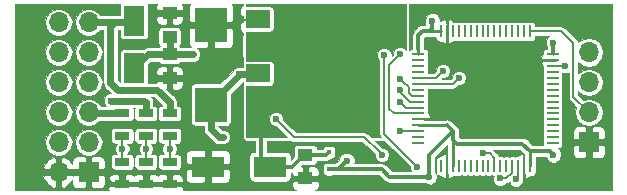
<source format=gbr>
%TF.GenerationSoftware,KiCad,Pcbnew,4.0.7-e2-6376~58~ubuntu16.04.1*%
%TF.CreationDate,2017-12-06T16:05:08+02:00*%
%TF.ProjectId,ecu_emu,6563755F656D752E6B696361645F7063,rev?*%
%TF.FileFunction,Copper,L1,Top,Signal*%
%FSLAX46Y46*%
G04 Gerber Fmt 4.6, Leading zero omitted, Abs format (unit mm)*
G04 Created by KiCad (PCBNEW 4.0.7-e2-6376~58~ubuntu16.04.1) date Wed Dec  6 16:05:08 2017*
%MOMM*%
%LPD*%
G01*
G04 APERTURE LIST*
%ADD10C,0.100000*%
%ADD11R,1.250000X1.000000*%
%ADD12R,1.800000X2.500000*%
%ADD13R,0.350000X0.350000*%
%ADD14R,1.700000X1.700000*%
%ADD15O,1.700000X1.700000*%
%ADD16R,1.300000X0.700000*%
%ADD17R,2.000000X3.800000*%
%ADD18R,2.000000X1.500000*%
%ADD19R,1.000000X0.250000*%
%ADD20R,0.250000X1.000000*%
%ADD21R,2.700000X2.950000*%
%ADD22R,2.750000X1.800000*%
%ADD23C,0.600000*%
%ADD24C,0.200000*%
%ADD25C,0.300000*%
%ADD26C,0.600000*%
%ADD27C,0.250000*%
%ADD28C,0.025400*%
G04 APERTURE END LIST*
D10*
D11*
X41500000Y-24000000D03*
X41500000Y-22000000D03*
X41500000Y-25500000D03*
X41500000Y-27500000D03*
X53000000Y-34000000D03*
X53000000Y-36000000D03*
D12*
X38500000Y-26653000D03*
X38500000Y-22653000D03*
D13*
X55000000Y-33775000D03*
X55000000Y-35225000D03*
D14*
X34640000Y-35480000D03*
D15*
X32100000Y-35480000D03*
X34640000Y-32940000D03*
X32100000Y-32940000D03*
X34640000Y-30400000D03*
X32100000Y-30400000D03*
X34640000Y-27860000D03*
X32100000Y-27860000D03*
X34640000Y-25320000D03*
X32100000Y-25320000D03*
X34640000Y-22780000D03*
X32100000Y-22780000D03*
D16*
X41500000Y-32400000D03*
X41500000Y-30500000D03*
X37500000Y-32400000D03*
X37500000Y-30500000D03*
X39500000Y-32400000D03*
X39500000Y-30500000D03*
X41500000Y-36500000D03*
X41500000Y-34600000D03*
X37500000Y-36500000D03*
X37500000Y-34600000D03*
X39500000Y-36500000D03*
X39500000Y-34600000D03*
D17*
X55300000Y-24800000D03*
D18*
X49000000Y-24800000D03*
X49000000Y-27100000D03*
X49000000Y-22500000D03*
D19*
X62550000Y-25500000D03*
X62550000Y-26000000D03*
X62550000Y-26500000D03*
X62550000Y-27000000D03*
X62550000Y-27500000D03*
X62550000Y-28000000D03*
X62550000Y-28500000D03*
X62550000Y-29000000D03*
X62550000Y-29500000D03*
X62550000Y-30000000D03*
X62550000Y-30500000D03*
X62550000Y-31000000D03*
X62550000Y-31500000D03*
X62550000Y-32000000D03*
X62550000Y-32500000D03*
X62550000Y-33000000D03*
D20*
X64500000Y-34950000D03*
X65000000Y-34950000D03*
X65500000Y-34950000D03*
X66000000Y-34950000D03*
X66500000Y-34950000D03*
X67000000Y-34950000D03*
X67500000Y-34950000D03*
X68000000Y-34950000D03*
X68500000Y-34950000D03*
X69000000Y-34950000D03*
X69500000Y-34950000D03*
X70000000Y-34950000D03*
X70500000Y-34950000D03*
X71000000Y-34950000D03*
X71500000Y-34950000D03*
X72000000Y-34950000D03*
D19*
X73950000Y-33000000D03*
X73950000Y-32500000D03*
X73950000Y-32000000D03*
X73950000Y-31500000D03*
X73950000Y-31000000D03*
X73950000Y-30500000D03*
X73950000Y-30000000D03*
X73950000Y-29500000D03*
X73950000Y-29000000D03*
X73950000Y-28500000D03*
X73950000Y-28000000D03*
X73950000Y-27500000D03*
X73950000Y-27000000D03*
X73950000Y-26500000D03*
X73950000Y-26000000D03*
X73950000Y-25500000D03*
D20*
X72000000Y-23550000D03*
X71500000Y-23550000D03*
X71000000Y-23550000D03*
X70500000Y-23550000D03*
X70000000Y-23550000D03*
X69500000Y-23550000D03*
X69000000Y-23550000D03*
X68500000Y-23550000D03*
X68000000Y-23550000D03*
X67500000Y-23550000D03*
X67000000Y-23550000D03*
X66500000Y-23550000D03*
X66000000Y-23550000D03*
X65500000Y-23550000D03*
X65000000Y-23550000D03*
X64500000Y-23550000D03*
D21*
X45000000Y-29750000D03*
X45000000Y-23000000D03*
D22*
X50000000Y-35000000D03*
X44750000Y-35000000D03*
D14*
X77000000Y-32940000D03*
D15*
X77000000Y-30400000D03*
X77000000Y-27860000D03*
X77000000Y-25320000D03*
D23*
X47776239Y-34781506D03*
X68767493Y-31834671D03*
X47196638Y-25277015D03*
X45552384Y-26480015D03*
X43855310Y-26854083D03*
X64633833Y-26908132D03*
X66000000Y-27500000D03*
X51500000Y-24500000D03*
X52500000Y-26500000D03*
X52500000Y-25500000D03*
X52500000Y-24500000D03*
X52500000Y-23500000D03*
X52500000Y-22500000D03*
X57500000Y-27500000D03*
X57500000Y-26500000D03*
X57500000Y-25500000D03*
X57500000Y-24500000D03*
X57500000Y-23500000D03*
X57500000Y-22500000D03*
X74000000Y-24500000D03*
X73998414Y-34000962D03*
X63487764Y-35853046D03*
X56500000Y-34500000D03*
X63752992Y-22672254D03*
X36532494Y-29407533D03*
X59685111Y-25555653D03*
X62476045Y-35005131D03*
X75000000Y-26500000D03*
X61001200Y-27546326D03*
X41500000Y-33500000D03*
X61000131Y-28500355D03*
X37500000Y-33500000D03*
X61000059Y-29500026D03*
X39500000Y-33500000D03*
X61000000Y-25500000D03*
X59501682Y-34002064D03*
X50498162Y-30990414D03*
X61000000Y-32000000D03*
X47413306Y-27152032D03*
X43500370Y-25500316D03*
X46003049Y-32501122D03*
X69500476Y-35999854D03*
X70870305Y-36092142D03*
X68000000Y-33853631D03*
D24*
X47557745Y-35000000D02*
X47776239Y-34781506D01*
X44750000Y-35000000D02*
X47557745Y-35000000D01*
X67000000Y-29500000D02*
X67000000Y-30067178D01*
X67000000Y-30067178D02*
X68467494Y-31534672D01*
X68467494Y-31534672D02*
X68767493Y-31834671D01*
X49000000Y-22500000D02*
X48934234Y-22565766D01*
X48934234Y-22565766D02*
X47316074Y-22565766D01*
X47316074Y-22565766D02*
X46881840Y-23000000D01*
X46881840Y-23000000D02*
X45000000Y-23000000D01*
X45993638Y-26480015D02*
X46896639Y-25577014D01*
X46896639Y-25577014D02*
X47196638Y-25277015D01*
X45552384Y-26480015D02*
X45993638Y-26480015D01*
X71389350Y-36500000D02*
X74490000Y-36500000D01*
X77000000Y-33990000D02*
X77000000Y-32940000D01*
X74490000Y-36500000D02*
X77000000Y-33990000D01*
X71092876Y-36796474D02*
X71389350Y-36500000D01*
X71389350Y-36500000D02*
X71500000Y-36389350D01*
D25*
X45000000Y-25927631D02*
X45252385Y-26180016D01*
X45000000Y-23000000D02*
X45000000Y-25927631D01*
X45178316Y-26854083D02*
X45252385Y-26780014D01*
X43855310Y-26854083D02*
X45178316Y-26854083D01*
X45252385Y-26180016D02*
X45552384Y-26480015D01*
X45252385Y-26780014D02*
X45552384Y-26480015D01*
X43209393Y-27500000D02*
X43555311Y-27154082D01*
X41500000Y-27500000D02*
X43209393Y-27500000D01*
X43555311Y-27154082D02*
X43855310Y-26854083D01*
D24*
X45000000Y-23000000D02*
X45322385Y-22677615D01*
X41500000Y-22000000D02*
X42420571Y-22000000D01*
X42420571Y-22000000D02*
X43412329Y-22991758D01*
X44991758Y-22991758D02*
X45000000Y-23000000D01*
X43412329Y-22991758D02*
X44991758Y-22991758D01*
X34640000Y-35480000D02*
X35690000Y-35480000D01*
X35690000Y-35480000D02*
X36710000Y-36500000D01*
X36710000Y-36500000D02*
X37500000Y-36500000D01*
X71000000Y-25500000D02*
X67000000Y-29500000D01*
X67000000Y-29500000D02*
X65600009Y-30899991D01*
X65000000Y-36000000D02*
X65796474Y-36796474D01*
X65796474Y-36796474D02*
X71092876Y-36796474D01*
X71500000Y-36389350D02*
X71500000Y-36000000D01*
X59984788Y-36603056D02*
X64396944Y-36603056D01*
X64396944Y-36603056D02*
X65000000Y-36000000D01*
X53000000Y-36000000D02*
X59381732Y-36000000D01*
X59381732Y-36000000D02*
X59984788Y-36603056D01*
X53000000Y-36000000D02*
X52175000Y-36000000D01*
X52175000Y-36000000D02*
X51824999Y-36350001D01*
X51824999Y-36350001D02*
X47675001Y-36350001D01*
X44750000Y-35000000D02*
X46325000Y-35000000D01*
X46325000Y-35000000D02*
X47675001Y-36350001D01*
X71500000Y-36000000D02*
X71500000Y-34950000D01*
X65000000Y-36000000D02*
X65000000Y-34950000D01*
X41500000Y-36500000D02*
X44350000Y-36500000D01*
X44350000Y-36500000D02*
X44750000Y-36100000D01*
X44750000Y-36100000D02*
X44750000Y-35000000D01*
X65500000Y-31000000D02*
X62550000Y-31000000D01*
X65600009Y-30899991D02*
X65500000Y-31000000D01*
X65000000Y-24500000D02*
X65000000Y-23550000D01*
X65500000Y-25000000D02*
X65000000Y-24500000D01*
X70500000Y-25000000D02*
X65500000Y-25000000D01*
X71000000Y-25500000D02*
X70500000Y-25000000D01*
X72000000Y-26000000D02*
X73950000Y-26000000D01*
X71500000Y-25500000D02*
X72000000Y-26000000D01*
X71000000Y-25500000D02*
X71500000Y-25500000D01*
X39500000Y-36500000D02*
X41500000Y-36500000D01*
X37500000Y-36500000D02*
X39500000Y-36500000D01*
X34640000Y-35480000D02*
X33590000Y-35480000D01*
X33590000Y-35480000D02*
X32100000Y-35480000D01*
X64333834Y-27208131D02*
X64633833Y-26908132D01*
X64041965Y-27500000D02*
X64333834Y-27208131D01*
X62550000Y-27500000D02*
X64041965Y-27500000D01*
X66000000Y-27500000D02*
X65500000Y-28000000D01*
X65500000Y-28000000D02*
X62550000Y-28000000D01*
D25*
X52500000Y-25500000D02*
X52500000Y-26500000D01*
X52500000Y-23500000D02*
X52500000Y-24500000D01*
X55300000Y-23900000D02*
X53900000Y-22500000D01*
X53900000Y-22500000D02*
X52500000Y-22500000D01*
X57500000Y-25500000D02*
X57500000Y-26500000D01*
X57500000Y-23500000D02*
X57500000Y-24500000D01*
X55300000Y-24800000D02*
X55300000Y-23900000D01*
X55300000Y-23900000D02*
X56700000Y-22500000D01*
X56700000Y-22500000D02*
X57500000Y-22500000D01*
X50000000Y-35000000D02*
X49211427Y-34211427D01*
X49211427Y-34211427D02*
X49211427Y-29536011D01*
X49211427Y-29536011D02*
X51450000Y-27297438D01*
X51450000Y-27297438D02*
X51450000Y-27000000D01*
X52875000Y-34000000D02*
X51875000Y-35000000D01*
X53000000Y-34000000D02*
X52875000Y-34000000D01*
X51875000Y-35000000D02*
X51675000Y-35000000D01*
X51675000Y-35000000D02*
X50000000Y-35000000D01*
X53000000Y-34000000D02*
X54775000Y-34000000D01*
X54775000Y-34000000D02*
X55000000Y-33775000D01*
X53974561Y-24774561D02*
X52421288Y-24774561D01*
X52421288Y-24774561D02*
X51450000Y-25745849D01*
X55300000Y-24800000D02*
X54000000Y-24800000D01*
X54000000Y-24800000D02*
X53974561Y-24774561D01*
X51450000Y-25745849D02*
X51450000Y-27000000D01*
X51450000Y-27000000D02*
X49250000Y-24800000D01*
X49250000Y-24800000D02*
X49000000Y-24800000D01*
D26*
X41500000Y-30500000D02*
X41500000Y-29550000D01*
X41500000Y-29550000D02*
X40453001Y-28503001D01*
X40453001Y-28503001D02*
X37119999Y-28503001D01*
X36500000Y-27883002D02*
X36500000Y-23153000D01*
X37119999Y-28503001D02*
X36500000Y-27883002D01*
X36500000Y-23153000D02*
X36871894Y-22781106D01*
X36871894Y-22781106D02*
X38371894Y-22781106D01*
X38371894Y-22781106D02*
X38500000Y-22653000D01*
X34640000Y-22780000D02*
X38373000Y-22780000D01*
X38373000Y-22780000D02*
X38500000Y-22653000D01*
D25*
X63752992Y-23500000D02*
X63752992Y-22672254D01*
X62550000Y-25025000D02*
X62550000Y-23875246D01*
X62550000Y-23875246D02*
X62925246Y-23500000D01*
X62925246Y-23500000D02*
X63752992Y-23500000D01*
X65500000Y-32000000D02*
X65500000Y-32714867D01*
X65838764Y-33053631D02*
X71375900Y-33053631D01*
X65500000Y-32714867D02*
X65838764Y-33053631D01*
X71375900Y-33053631D02*
X72000000Y-33677731D01*
X74000000Y-24500000D02*
X74000000Y-25324999D01*
D27*
X74000000Y-25324999D02*
X73950000Y-25500000D01*
X63500000Y-23500000D02*
X64500000Y-23500000D01*
D25*
X63752992Y-23247008D02*
X63500000Y-23500000D01*
X63752992Y-22672254D02*
X63752992Y-23247008D01*
X72000000Y-33677731D02*
X73675183Y-33677731D01*
D27*
X72000000Y-33677731D02*
X72000000Y-34950000D01*
D25*
X73675183Y-33677731D02*
X73698415Y-33700963D01*
X73698415Y-33700963D02*
X73998414Y-34000962D01*
X63487764Y-35428782D02*
X63487764Y-35853046D01*
X63487764Y-34012236D02*
X63487764Y-35428782D01*
X63063500Y-35853046D02*
X63487764Y-35853046D01*
X65500000Y-32000000D02*
X63487764Y-34012236D01*
X60083321Y-35853046D02*
X63063500Y-35853046D01*
X59455275Y-35225000D02*
X60083321Y-35853046D01*
X55000000Y-35225000D02*
X59455275Y-35225000D01*
X56500000Y-34500000D02*
X56486551Y-34500000D01*
X56486551Y-34500000D02*
X55761551Y-35225000D01*
X55761551Y-35225000D02*
X55000000Y-35225000D01*
D27*
X65500000Y-32000000D02*
X65500000Y-34950000D01*
D25*
X65500000Y-32000000D02*
X65000000Y-31500000D01*
D27*
X65000000Y-31500000D02*
X62550000Y-31500000D01*
X62550000Y-25025000D02*
X62550000Y-25500000D01*
D26*
X36956758Y-29407533D02*
X36532494Y-29407533D01*
X39500000Y-29550000D02*
X39357533Y-29407533D01*
X39500000Y-30500000D02*
X39500000Y-29550000D01*
X39357533Y-29407533D02*
X36956758Y-29407533D01*
X37500000Y-30500000D02*
X35871803Y-30500000D01*
X35871803Y-30500000D02*
X35862326Y-30490523D01*
X35862326Y-30490523D02*
X34730523Y-30490523D01*
X34730523Y-30490523D02*
X34640000Y-30400000D01*
D24*
X59685111Y-25979917D02*
X59685111Y-25555653D01*
X62476045Y-35005131D02*
X59685111Y-32214197D01*
X59685111Y-32214197D02*
X59685111Y-25979917D01*
X77000000Y-30400000D02*
X75699999Y-29099999D01*
X75699999Y-29099999D02*
X75699999Y-24564093D01*
X75699999Y-24564093D02*
X74685906Y-23550000D01*
X74685906Y-23550000D02*
X72325000Y-23550000D01*
X72325000Y-23550000D02*
X72000000Y-23550000D01*
X75000000Y-26500000D02*
X73950000Y-26500000D01*
X61301199Y-27846325D02*
X61001200Y-27546326D01*
X61749999Y-28295125D02*
X61301199Y-27846325D01*
X62550000Y-29000000D02*
X61999646Y-29000000D01*
X61999646Y-29000000D02*
X61749999Y-28750353D01*
X61749999Y-28750353D02*
X61749999Y-28295125D01*
X41500000Y-33500000D02*
X41500000Y-34600000D01*
X41500000Y-32400000D02*
X41500000Y-33500000D01*
X61850000Y-29500000D02*
X61000131Y-28650131D01*
X61000131Y-28650131D02*
X61000131Y-28500355D01*
X62550000Y-29500000D02*
X61850000Y-29500000D01*
X37500000Y-33500000D02*
X37500000Y-34600000D01*
X37500000Y-32400000D02*
X37500000Y-33500000D01*
X61500033Y-30000000D02*
X61300058Y-29800025D01*
X62550000Y-30000000D02*
X61500033Y-30000000D01*
X61300058Y-29800025D02*
X61000059Y-29500026D01*
X39500000Y-34600000D02*
X39500000Y-33500000D01*
X39500000Y-32400000D02*
X39500000Y-33500000D01*
X60112083Y-30112083D02*
X60500000Y-30500000D01*
X60500000Y-30500000D02*
X62550000Y-30500000D01*
X61000000Y-25500000D02*
X60112083Y-26387917D01*
X60112083Y-26387917D02*
X60112083Y-30112083D01*
X50498162Y-30990414D02*
X52008980Y-32501232D01*
X52008980Y-32501232D02*
X58000850Y-32501232D01*
X58000850Y-32501232D02*
X59201683Y-33702065D01*
X59201683Y-33702065D02*
X59501682Y-34002064D01*
X61000000Y-32000000D02*
X62550000Y-32000000D01*
D26*
X45000000Y-29625000D02*
X47413306Y-27211694D01*
X47413306Y-27211694D02*
X47413306Y-27152032D01*
X47837570Y-27152032D02*
X47413306Y-27152032D01*
X48947968Y-27152032D02*
X47837570Y-27152032D01*
X45000000Y-29750000D02*
X45000000Y-29625000D01*
X49000000Y-27100000D02*
X48947968Y-27152032D01*
X41500000Y-25500000D02*
X43500054Y-25500000D01*
X43500054Y-25500000D02*
X43500370Y-25500316D01*
X45676122Y-32501122D02*
X46003049Y-32501122D01*
X45000000Y-31825000D02*
X45676122Y-32501122D01*
X45000000Y-29750000D02*
X45000000Y-31825000D01*
X41500000Y-25500000D02*
X39653000Y-25500000D01*
X39653000Y-25500000D02*
X38500000Y-26653000D01*
X41500000Y-24000000D02*
X41500000Y-25500000D01*
D24*
X70500000Y-34950000D02*
X70500000Y-35513619D01*
X70500000Y-35513619D02*
X70013765Y-35999854D01*
X70013765Y-35999854D02*
X69924740Y-35999854D01*
X69924740Y-35999854D02*
X69500476Y-35999854D01*
X71000000Y-35962447D02*
X70870305Y-36092142D01*
X71000000Y-34950000D02*
X71000000Y-35962447D01*
X68000000Y-33853631D02*
X68603631Y-33853631D01*
X68603631Y-33853631D02*
X69000000Y-34250000D01*
X69000000Y-34250000D02*
X69000000Y-34950000D01*
D28*
G36*
X37306293Y-21278959D02*
X37281174Y-21403000D01*
X37281174Y-22167300D01*
X35624884Y-22167300D01*
X35484932Y-21957847D01*
X35107725Y-21705805D01*
X34662779Y-21617300D01*
X34617221Y-21617300D01*
X34172275Y-21705805D01*
X33795068Y-21957847D01*
X33543026Y-22335054D01*
X33454521Y-22780000D01*
X33543026Y-23224946D01*
X33795068Y-23602153D01*
X34172275Y-23854195D01*
X34617221Y-23942700D01*
X34662779Y-23942700D01*
X35107725Y-23854195D01*
X35484932Y-23602153D01*
X35624884Y-23392700D01*
X35887300Y-23392700D01*
X35887300Y-27883002D01*
X35933939Y-28117472D01*
X36066756Y-28316246D01*
X36545343Y-28794833D01*
X36533601Y-28794833D01*
X36411155Y-28794726D01*
X36185880Y-28887808D01*
X36013375Y-29060013D01*
X35919900Y-29285125D01*
X35919687Y-29528872D01*
X36012769Y-29754147D01*
X36145690Y-29887300D01*
X35909970Y-29887300D01*
X35862326Y-29877823D01*
X35685370Y-29877823D01*
X35484932Y-29577847D01*
X35107725Y-29325805D01*
X34662779Y-29237300D01*
X34617221Y-29237300D01*
X34172275Y-29325805D01*
X33795068Y-29577847D01*
X33543026Y-29955054D01*
X33454521Y-30400000D01*
X33543026Y-30844946D01*
X33795068Y-31222153D01*
X34172275Y-31474195D01*
X34617221Y-31562700D01*
X34662779Y-31562700D01*
X35107725Y-31474195D01*
X35484932Y-31222153D01*
X35564399Y-31103223D01*
X35824159Y-31103223D01*
X35871803Y-31112700D01*
X36680579Y-31112700D01*
X36725959Y-31143707D01*
X36850000Y-31168826D01*
X38150000Y-31168826D01*
X38265880Y-31147022D01*
X38372308Y-31078537D01*
X38443707Y-30974041D01*
X38468826Y-30850000D01*
X38468826Y-30150000D01*
X38447022Y-30034120D01*
X38438086Y-30020233D01*
X38560205Y-30020233D01*
X38556293Y-30025959D01*
X38531174Y-30150000D01*
X38531174Y-30850000D01*
X38552978Y-30965880D01*
X38621463Y-31072308D01*
X38725959Y-31143707D01*
X38850000Y-31168826D01*
X40150000Y-31168826D01*
X40265880Y-31147022D01*
X40372308Y-31078537D01*
X40443707Y-30974041D01*
X40468826Y-30850000D01*
X40468826Y-30150000D01*
X40447022Y-30034120D01*
X40378537Y-29927692D01*
X40274041Y-29856293D01*
X40150000Y-29831174D01*
X40112700Y-29831174D01*
X40112700Y-29550000D01*
X40066061Y-29315530D01*
X39933244Y-29116756D01*
X39932189Y-29115701D01*
X40199213Y-29115701D01*
X40887300Y-29803788D01*
X40887300Y-29831174D01*
X40850000Y-29831174D01*
X40734120Y-29852978D01*
X40627692Y-29921463D01*
X40556293Y-30025959D01*
X40531174Y-30150000D01*
X40531174Y-30850000D01*
X40552978Y-30965880D01*
X40621463Y-31072308D01*
X40725959Y-31143707D01*
X40850000Y-31168826D01*
X42150000Y-31168826D01*
X42265880Y-31147022D01*
X42372308Y-31078537D01*
X42443707Y-30974041D01*
X42468826Y-30850000D01*
X42468826Y-30150000D01*
X42447022Y-30034120D01*
X42378537Y-29927692D01*
X42274041Y-29856293D01*
X42150000Y-29831174D01*
X42112700Y-29831174D01*
X42112700Y-29550000D01*
X42066061Y-29315530D01*
X41933244Y-29116756D01*
X41232857Y-28416369D01*
X41258700Y-28390525D01*
X41258700Y-27741300D01*
X41741300Y-27741300D01*
X41741300Y-28390525D01*
X41871475Y-28520700D01*
X42228573Y-28520700D01*
X42419953Y-28441428D01*
X42566428Y-28294953D01*
X42645700Y-28103574D01*
X42645700Y-27871475D01*
X42515525Y-27741300D01*
X41741300Y-27741300D01*
X41258700Y-27741300D01*
X40484475Y-27741300D01*
X40354300Y-27871475D01*
X40354300Y-27890301D01*
X39718826Y-27890301D01*
X39718826Y-26896426D01*
X40354300Y-26896426D01*
X40354300Y-27128525D01*
X40484475Y-27258700D01*
X41258700Y-27258700D01*
X41258700Y-26609475D01*
X41741300Y-26609475D01*
X41741300Y-27258700D01*
X42515525Y-27258700D01*
X42645700Y-27128525D01*
X42645700Y-26896426D01*
X42566428Y-26705047D01*
X42419953Y-26558572D01*
X42228573Y-26479300D01*
X41871475Y-26479300D01*
X41741300Y-26609475D01*
X41258700Y-26609475D01*
X41128525Y-26479300D01*
X40771427Y-26479300D01*
X40580047Y-26558572D01*
X40433572Y-26705047D01*
X40354300Y-26896426D01*
X39718826Y-26896426D01*
X39718826Y-26300662D01*
X39906788Y-26112700D01*
X40577380Y-26112700D01*
X40577978Y-26115880D01*
X40646463Y-26222308D01*
X40750959Y-26293707D01*
X40875000Y-26318826D01*
X42125000Y-26318826D01*
X42240880Y-26297022D01*
X42347308Y-26228537D01*
X42418707Y-26124041D01*
X42421004Y-26112700D01*
X43377456Y-26112700D01*
X43377962Y-26112910D01*
X43621709Y-26113123D01*
X43846984Y-26020041D01*
X44019489Y-25847836D01*
X44112964Y-25622724D01*
X44113177Y-25378977D01*
X44020095Y-25153702D01*
X43862368Y-24995700D01*
X44628525Y-24995700D01*
X44758700Y-24865525D01*
X44758700Y-23241300D01*
X45241300Y-23241300D01*
X45241300Y-24865525D01*
X45371475Y-24995700D01*
X46453573Y-24995700D01*
X46644953Y-24916428D01*
X46791428Y-24769953D01*
X46870700Y-24578574D01*
X46870700Y-23371475D01*
X46740525Y-23241300D01*
X45241300Y-23241300D01*
X44758700Y-23241300D01*
X43259475Y-23241300D01*
X43129300Y-23371475D01*
X43129300Y-24578574D01*
X43208572Y-24769953D01*
X43325919Y-24887300D01*
X42422620Y-24887300D01*
X42422022Y-24884120D01*
X42353537Y-24777692D01*
X42313467Y-24750313D01*
X42347308Y-24728537D01*
X42418707Y-24624041D01*
X42443826Y-24500000D01*
X42443826Y-23500000D01*
X42422022Y-23384120D01*
X42353537Y-23277692D01*
X42249041Y-23206293D01*
X42125000Y-23181174D01*
X40875000Y-23181174D01*
X40759120Y-23202978D01*
X40652692Y-23271463D01*
X40581293Y-23375959D01*
X40556174Y-23500000D01*
X40556174Y-24500000D01*
X40577978Y-24615880D01*
X40646463Y-24722308D01*
X40686533Y-24749687D01*
X40652692Y-24771463D01*
X40581293Y-24875959D01*
X40578996Y-24887300D01*
X39653000Y-24887300D01*
X39418530Y-24933939D01*
X39219756Y-25066756D01*
X39202338Y-25084174D01*
X37600000Y-25084174D01*
X37484120Y-25105978D01*
X37377692Y-25174463D01*
X37306293Y-25278959D01*
X37281174Y-25403000D01*
X37281174Y-27797688D01*
X37112700Y-27629214D01*
X37112700Y-23406788D01*
X37125683Y-23393806D01*
X37281174Y-23393806D01*
X37281174Y-23903000D01*
X37302978Y-24018880D01*
X37371463Y-24125308D01*
X37475959Y-24196707D01*
X37600000Y-24221826D01*
X39400000Y-24221826D01*
X39515880Y-24200022D01*
X39622308Y-24131537D01*
X39693707Y-24027041D01*
X39718826Y-23903000D01*
X39718826Y-22371475D01*
X40354300Y-22371475D01*
X40354300Y-22603574D01*
X40433572Y-22794953D01*
X40580047Y-22941428D01*
X40771427Y-23020700D01*
X41128525Y-23020700D01*
X41258700Y-22890525D01*
X41258700Y-22241300D01*
X41741300Y-22241300D01*
X41741300Y-22890525D01*
X41871475Y-23020700D01*
X42228573Y-23020700D01*
X42419953Y-22941428D01*
X42566428Y-22794953D01*
X42645700Y-22603574D01*
X42645700Y-22371475D01*
X42515525Y-22241300D01*
X41741300Y-22241300D01*
X41258700Y-22241300D01*
X40484475Y-22241300D01*
X40354300Y-22371475D01*
X39718826Y-22371475D01*
X39718826Y-21403000D01*
X39697022Y-21287120D01*
X39681308Y-21262700D01*
X40409691Y-21262700D01*
X40354300Y-21396426D01*
X40354300Y-21628525D01*
X40484475Y-21758700D01*
X41258700Y-21758700D01*
X41258700Y-21738700D01*
X41741300Y-21738700D01*
X41741300Y-21758700D01*
X42515525Y-21758700D01*
X42645700Y-21628525D01*
X42645700Y-21396426D01*
X42590309Y-21262700D01*
X43195047Y-21262700D01*
X43129300Y-21421426D01*
X43129300Y-22628525D01*
X43259475Y-22758700D01*
X44758700Y-22758700D01*
X44758700Y-22738700D01*
X45241300Y-22738700D01*
X45241300Y-22758700D01*
X46740525Y-22758700D01*
X46870700Y-22628525D01*
X46870700Y-21421426D01*
X46804953Y-21262700D01*
X47687300Y-21262700D01*
X47687300Y-21326319D01*
X47558572Y-21455047D01*
X47479300Y-21646427D01*
X47479300Y-22128525D01*
X47609475Y-22258700D01*
X47687300Y-22258700D01*
X47687300Y-22741300D01*
X47609475Y-22741300D01*
X47479300Y-22871475D01*
X47479300Y-23353573D01*
X47558572Y-23544953D01*
X47687300Y-23673681D01*
X47687300Y-23865190D01*
X47659330Y-23906125D01*
X47630195Y-24050000D01*
X47630195Y-25550000D01*
X47655486Y-25684408D01*
X47687300Y-25733849D01*
X47687300Y-26319749D01*
X47681174Y-26350000D01*
X47681174Y-26539332D01*
X47414413Y-26539332D01*
X47291967Y-26539225D01*
X47066692Y-26632307D01*
X46894187Y-26804512D01*
X46851714Y-26906798D01*
X45802338Y-27956174D01*
X43650000Y-27956174D01*
X43534120Y-27977978D01*
X43427692Y-28046463D01*
X43356293Y-28150959D01*
X43331174Y-28275000D01*
X43331174Y-31225000D01*
X43352978Y-31340880D01*
X43421463Y-31447308D01*
X43525959Y-31518707D01*
X43650000Y-31543826D01*
X44387300Y-31543826D01*
X44387300Y-31825000D01*
X44433939Y-32059470D01*
X44566756Y-32258244D01*
X45242878Y-32934366D01*
X45441652Y-33067183D01*
X45676122Y-33113822D01*
X46001942Y-33113822D01*
X46124388Y-33113929D01*
X46349663Y-33020847D01*
X46522168Y-32848642D01*
X46615643Y-32623530D01*
X46615856Y-32379783D01*
X46522774Y-32154508D01*
X46350569Y-31982003D01*
X46125457Y-31888528D01*
X45929845Y-31888357D01*
X45612700Y-31571212D01*
X45612700Y-31543826D01*
X46350000Y-31543826D01*
X46465880Y-31522022D01*
X46572308Y-31453537D01*
X46643707Y-31349041D01*
X46668826Y-31225000D01*
X46668826Y-28822662D01*
X47681174Y-27810314D01*
X47681174Y-27850000D01*
X47687300Y-27882557D01*
X47687300Y-32500000D01*
X47708685Y-32613653D01*
X47775854Y-32718037D01*
X47878342Y-32788064D01*
X48000000Y-32812700D01*
X48698727Y-32812700D01*
X48698727Y-33730195D01*
X48625000Y-33730195D01*
X48490592Y-33755486D01*
X48367146Y-33834921D01*
X48284330Y-33956125D01*
X48255195Y-34100000D01*
X48255195Y-35900000D01*
X48280486Y-36034408D01*
X48359921Y-36157854D01*
X48481125Y-36240670D01*
X48625000Y-36269805D01*
X51375000Y-36269805D01*
X51509408Y-36244514D01*
X51632854Y-36165079D01*
X51715670Y-36043875D01*
X51744805Y-35900000D01*
X51744805Y-35512700D01*
X51854300Y-35512700D01*
X51854300Y-35628525D01*
X51984475Y-35758700D01*
X52758700Y-35758700D01*
X52758700Y-35109475D01*
X53241300Y-35109475D01*
X53241300Y-35758700D01*
X54015525Y-35758700D01*
X54145700Y-35628525D01*
X54145700Y-35396426D01*
X54066428Y-35205047D01*
X53919953Y-35058572D01*
X53728573Y-34979300D01*
X53371475Y-34979300D01*
X53241300Y-35109475D01*
X52758700Y-35109475D01*
X52628525Y-34979300D01*
X52620768Y-34979300D01*
X52730263Y-34869805D01*
X53625000Y-34869805D01*
X53759408Y-34844514D01*
X53882854Y-34765079D01*
X53965670Y-34643875D01*
X53992233Y-34512700D01*
X54775000Y-34512700D01*
X54971202Y-34473673D01*
X55137534Y-34362534D01*
X55181483Y-34318585D01*
X55309408Y-34294514D01*
X55432854Y-34215079D01*
X55515670Y-34093875D01*
X55544805Y-33950000D01*
X55544805Y-33600000D01*
X55519514Y-33465592D01*
X55440079Y-33342146D01*
X55318875Y-33259330D01*
X55175000Y-33230195D01*
X54825000Y-33230195D01*
X54690592Y-33255486D01*
X54567146Y-33334921D01*
X54484330Y-33456125D01*
X54478017Y-33487300D01*
X53992415Y-33487300D01*
X53969514Y-33365592D01*
X53890079Y-33242146D01*
X53768875Y-33159330D01*
X53625000Y-33130195D01*
X52375000Y-33130195D01*
X52240592Y-33155486D01*
X52117146Y-33234921D01*
X52034330Y-33356125D01*
X52005195Y-33500000D01*
X52005195Y-34144737D01*
X51744805Y-34405127D01*
X51744805Y-34100000D01*
X51719514Y-33965592D01*
X51640079Y-33842146D01*
X51518875Y-33759330D01*
X51375000Y-33730195D01*
X49724127Y-33730195D01*
X49724127Y-32812700D01*
X51746558Y-32812700D01*
X51851047Y-32882517D01*
X52008980Y-32913932D01*
X57829904Y-32913932D01*
X58889006Y-33973034D01*
X58888875Y-34123403D01*
X58981957Y-34348678D01*
X59154162Y-34521183D01*
X59379274Y-34614658D01*
X59623021Y-34614871D01*
X59848296Y-34521789D01*
X60020801Y-34349584D01*
X60114276Y-34124472D01*
X60114489Y-33880725D01*
X60021407Y-33655450D01*
X59849202Y-33482945D01*
X59624090Y-33389470D01*
X59472602Y-33389338D01*
X58895964Y-32812700D01*
X59699968Y-32812700D01*
X61863369Y-34976101D01*
X61863238Y-35126470D01*
X61951610Y-35340346D01*
X60295689Y-35340346D01*
X59817809Y-34862466D01*
X59651477Y-34751327D01*
X59455275Y-34712300D01*
X57129406Y-34712300D01*
X57162585Y-34632397D01*
X57162815Y-34368759D01*
X57062137Y-34125101D01*
X56875879Y-33938518D01*
X56632397Y-33837415D01*
X56368759Y-33837185D01*
X56125101Y-33937863D01*
X55938518Y-34124121D01*
X55837415Y-34367603D01*
X55837366Y-34424117D01*
X55549183Y-34712300D01*
X55323222Y-34712300D01*
X55318875Y-34709330D01*
X55175000Y-34680195D01*
X54825000Y-34680195D01*
X54690592Y-34705486D01*
X54567146Y-34784921D01*
X54484330Y-34906125D01*
X54455195Y-35050000D01*
X54455195Y-35400000D01*
X54480486Y-35534408D01*
X54559921Y-35657854D01*
X54681125Y-35740670D01*
X54825000Y-35769805D01*
X55175000Y-35769805D01*
X55309408Y-35744514D01*
X55319997Y-35737700D01*
X59242907Y-35737700D01*
X59720787Y-36215580D01*
X59887119Y-36326719D01*
X60083321Y-36365746D01*
X63063188Y-36365746D01*
X63111885Y-36414528D01*
X63355367Y-36515631D01*
X63619005Y-36515861D01*
X63862663Y-36415183D01*
X64049246Y-36228925D01*
X64150349Y-35985443D01*
X64150579Y-35721805D01*
X64100817Y-35601373D01*
X64146463Y-35672308D01*
X64250959Y-35743707D01*
X64375000Y-35768826D01*
X64457445Y-35768826D01*
X64580047Y-35891428D01*
X64771427Y-35970700D01*
X64807325Y-35970700D01*
X64937500Y-35840525D01*
X64937500Y-35481239D01*
X64943826Y-35450000D01*
X64943826Y-34450000D01*
X64937500Y-34416380D01*
X64937500Y-34059475D01*
X64807325Y-33929300D01*
X64771427Y-33929300D01*
X64580047Y-34008572D01*
X64457445Y-34131174D01*
X64375000Y-34131174D01*
X64259120Y-34152978D01*
X64152692Y-34221463D01*
X64081293Y-34325959D01*
X64056174Y-34450000D01*
X64056174Y-35450000D01*
X64071144Y-35529558D01*
X64049901Y-35478147D01*
X64000464Y-35428624D01*
X64000464Y-34224604D01*
X65012300Y-33212767D01*
X65012300Y-34414914D01*
X65005195Y-34450000D01*
X65005195Y-35450000D01*
X65030486Y-35584408D01*
X65062500Y-35634159D01*
X65062500Y-35840525D01*
X65192675Y-35970700D01*
X65228573Y-35970700D01*
X65419953Y-35891428D01*
X65491576Y-35819805D01*
X65625000Y-35819805D01*
X65759408Y-35794514D01*
X65817442Y-35757170D01*
X65875000Y-35768826D01*
X66125000Y-35768826D01*
X66240880Y-35747022D01*
X66248569Y-35742074D01*
X66250959Y-35743707D01*
X66375000Y-35768826D01*
X66625000Y-35768826D01*
X66740880Y-35747022D01*
X66748569Y-35742074D01*
X66750959Y-35743707D01*
X66875000Y-35768826D01*
X67125000Y-35768826D01*
X67240880Y-35747022D01*
X67248569Y-35742074D01*
X67250959Y-35743707D01*
X67375000Y-35768826D01*
X67625000Y-35768826D01*
X67740880Y-35747022D01*
X67748569Y-35742074D01*
X67750959Y-35743707D01*
X67875000Y-35768826D01*
X68125000Y-35768826D01*
X68240880Y-35747022D01*
X68248569Y-35742074D01*
X68250959Y-35743707D01*
X68375000Y-35768826D01*
X68625000Y-35768826D01*
X68740880Y-35747022D01*
X68748569Y-35742074D01*
X68750959Y-35743707D01*
X68875000Y-35768826D01*
X68932985Y-35768826D01*
X68887882Y-35877446D01*
X68887669Y-36121193D01*
X68980751Y-36346468D01*
X69152956Y-36518973D01*
X69378068Y-36612448D01*
X69621815Y-36612661D01*
X69847090Y-36519579D01*
X69954301Y-36412554D01*
X70013765Y-36412554D01*
X70171699Y-36381139D01*
X70293222Y-36299940D01*
X70350580Y-36438756D01*
X70522785Y-36611261D01*
X70747897Y-36704736D01*
X70991644Y-36704949D01*
X71216919Y-36611867D01*
X71389424Y-36439662D01*
X71482899Y-36214550D01*
X71483112Y-35970803D01*
X71431685Y-35846340D01*
X71437500Y-35840525D01*
X71437500Y-35481239D01*
X71443826Y-35450000D01*
X71443826Y-34450000D01*
X71437500Y-34416380D01*
X71437500Y-34059475D01*
X71307325Y-33929300D01*
X71271427Y-33929300D01*
X71080047Y-34008572D01*
X70957445Y-34131174D01*
X70875000Y-34131174D01*
X70759120Y-34152978D01*
X70751431Y-34157926D01*
X70749041Y-34156293D01*
X70625000Y-34131174D01*
X70375000Y-34131174D01*
X70259120Y-34152978D01*
X70251431Y-34157926D01*
X70249041Y-34156293D01*
X70125000Y-34131174D01*
X69875000Y-34131174D01*
X69759120Y-34152978D01*
X69751431Y-34157926D01*
X69749041Y-34156293D01*
X69625000Y-34131174D01*
X69389064Y-34131174D01*
X69381285Y-34092067D01*
X69291823Y-33958177D01*
X68899977Y-33566331D01*
X71163532Y-33566331D01*
X71512300Y-33915098D01*
X71512300Y-34414914D01*
X71505195Y-34450000D01*
X71505195Y-35450000D01*
X71530486Y-35584408D01*
X71562500Y-35634159D01*
X71562500Y-35840525D01*
X71692675Y-35970700D01*
X71728573Y-35970700D01*
X71919953Y-35891428D01*
X71991576Y-35819805D01*
X72125000Y-35819805D01*
X72259408Y-35794514D01*
X72382854Y-35715079D01*
X72465670Y-35593875D01*
X72494805Y-35450000D01*
X72494805Y-34450000D01*
X72487700Y-34412241D01*
X72487700Y-34190431D01*
X73359658Y-34190431D01*
X73436277Y-34375861D01*
X73622535Y-34562444D01*
X73866017Y-34663547D01*
X74129655Y-34663777D01*
X74373313Y-34563099D01*
X74559896Y-34376841D01*
X74660999Y-34133359D01*
X74661229Y-33869721D01*
X74560551Y-33626063D01*
X74378631Y-33443826D01*
X74450000Y-33443826D01*
X74565880Y-33422022D01*
X74672308Y-33353537D01*
X74701047Y-33311475D01*
X75629300Y-33311475D01*
X75629300Y-33893573D01*
X75708572Y-34084953D01*
X75855047Y-34231428D01*
X76046426Y-34310700D01*
X76628525Y-34310700D01*
X76758700Y-34180525D01*
X76758700Y-33181300D01*
X77241300Y-33181300D01*
X77241300Y-34180525D01*
X77371475Y-34310700D01*
X77953574Y-34310700D01*
X78144953Y-34231428D01*
X78291428Y-34084953D01*
X78370700Y-33893573D01*
X78370700Y-33311475D01*
X78240525Y-33181300D01*
X77241300Y-33181300D01*
X76758700Y-33181300D01*
X75759475Y-33181300D01*
X75629300Y-33311475D01*
X74701047Y-33311475D01*
X74743707Y-33249041D01*
X74768826Y-33125000D01*
X74768826Y-32875000D01*
X74747022Y-32759120D01*
X74742074Y-32751431D01*
X74743707Y-32749041D01*
X74768826Y-32625000D01*
X74768826Y-32375000D01*
X74747022Y-32259120D01*
X74742074Y-32251431D01*
X74743707Y-32249041D01*
X74768826Y-32125000D01*
X74768826Y-31986427D01*
X75629300Y-31986427D01*
X75629300Y-32568525D01*
X75759475Y-32698700D01*
X76758700Y-32698700D01*
X76758700Y-31699475D01*
X77241300Y-31699475D01*
X77241300Y-32698700D01*
X78240525Y-32698700D01*
X78370700Y-32568525D01*
X78370700Y-31986427D01*
X78291428Y-31795047D01*
X78144953Y-31648572D01*
X77953574Y-31569300D01*
X77371475Y-31569300D01*
X77241300Y-31699475D01*
X76758700Y-31699475D01*
X76628525Y-31569300D01*
X76046426Y-31569300D01*
X75855047Y-31648572D01*
X75708572Y-31795047D01*
X75629300Y-31986427D01*
X74768826Y-31986427D01*
X74768826Y-31875000D01*
X74747022Y-31759120D01*
X74742074Y-31751431D01*
X74743707Y-31749041D01*
X74768826Y-31625000D01*
X74768826Y-31375000D01*
X74747022Y-31259120D01*
X74742074Y-31251431D01*
X74743707Y-31249041D01*
X74768826Y-31125000D01*
X74768826Y-30875000D01*
X74747022Y-30759120D01*
X74742074Y-30751431D01*
X74743707Y-30749041D01*
X74768826Y-30625000D01*
X74768826Y-30375000D01*
X74747022Y-30259120D01*
X74742074Y-30251431D01*
X74743707Y-30249041D01*
X74768826Y-30125000D01*
X74768826Y-29875000D01*
X74747022Y-29759120D01*
X74742074Y-29751431D01*
X74743707Y-29749041D01*
X74768826Y-29625000D01*
X74768826Y-29375000D01*
X74747022Y-29259120D01*
X74742074Y-29251431D01*
X74743707Y-29249041D01*
X74768826Y-29125000D01*
X74768826Y-28875000D01*
X74747022Y-28759120D01*
X74742074Y-28751431D01*
X74743707Y-28749041D01*
X74768826Y-28625000D01*
X74768826Y-28375000D01*
X74747022Y-28259120D01*
X74742074Y-28251431D01*
X74743707Y-28249041D01*
X74768826Y-28125000D01*
X74768826Y-27875000D01*
X74747022Y-27759120D01*
X74742074Y-27751431D01*
X74743707Y-27749041D01*
X74768826Y-27625000D01*
X74768826Y-27375000D01*
X74747022Y-27259120D01*
X74742074Y-27251431D01*
X74743707Y-27249041D01*
X74768826Y-27125000D01*
X74768826Y-27067430D01*
X74877592Y-27112594D01*
X75121339Y-27112807D01*
X75287299Y-27044234D01*
X75287299Y-29099999D01*
X75318714Y-29257933D01*
X75408176Y-29391822D01*
X75930416Y-29914062D01*
X75903026Y-29955054D01*
X75814521Y-30400000D01*
X75903026Y-30844946D01*
X76155068Y-31222153D01*
X76532275Y-31474195D01*
X76977221Y-31562700D01*
X77022779Y-31562700D01*
X77467725Y-31474195D01*
X77844932Y-31222153D01*
X78096974Y-30844946D01*
X78185479Y-30400000D01*
X78096974Y-29955054D01*
X77844932Y-29577847D01*
X77467725Y-29325805D01*
X77022779Y-29237300D01*
X76977221Y-29237300D01*
X76532275Y-29325805D01*
X76518593Y-29334947D01*
X76112699Y-28929053D01*
X76112699Y-28618743D01*
X76155068Y-28682153D01*
X76532275Y-28934195D01*
X76977221Y-29022700D01*
X77022779Y-29022700D01*
X77467725Y-28934195D01*
X77844932Y-28682153D01*
X78096974Y-28304946D01*
X78185479Y-27860000D01*
X78096974Y-27415054D01*
X77844932Y-27037847D01*
X77467725Y-26785805D01*
X77022779Y-26697300D01*
X76977221Y-26697300D01*
X76532275Y-26785805D01*
X76155068Y-27037847D01*
X76112699Y-27101257D01*
X76112699Y-26168476D01*
X76118734Y-26177508D01*
X76512162Y-26440389D01*
X76976242Y-26532700D01*
X77023758Y-26532700D01*
X77487838Y-26440389D01*
X77881266Y-26177508D01*
X78144147Y-25784080D01*
X78236458Y-25320000D01*
X78144147Y-24855920D01*
X77881266Y-24462492D01*
X77487838Y-24199611D01*
X77023758Y-24107300D01*
X76976242Y-24107300D01*
X76512162Y-24199611D01*
X76118734Y-24462492D01*
X76098510Y-24492760D01*
X76081284Y-24406160D01*
X76081284Y-24406159D01*
X75991822Y-24272270D01*
X74977729Y-23258177D01*
X74843840Y-23168715D01*
X74685906Y-23137300D01*
X72443826Y-23137300D01*
X72443826Y-23050000D01*
X72422022Y-22934120D01*
X72353537Y-22827692D01*
X72249041Y-22756293D01*
X72125000Y-22731174D01*
X71875000Y-22731174D01*
X71759120Y-22752978D01*
X71751431Y-22757926D01*
X71749041Y-22756293D01*
X71625000Y-22731174D01*
X71375000Y-22731174D01*
X71259120Y-22752978D01*
X71251431Y-22757926D01*
X71249041Y-22756293D01*
X71125000Y-22731174D01*
X70875000Y-22731174D01*
X70759120Y-22752978D01*
X70751431Y-22757926D01*
X70749041Y-22756293D01*
X70625000Y-22731174D01*
X70375000Y-22731174D01*
X70259120Y-22752978D01*
X70251431Y-22757926D01*
X70249041Y-22756293D01*
X70125000Y-22731174D01*
X69875000Y-22731174D01*
X69759120Y-22752978D01*
X69751431Y-22757926D01*
X69749041Y-22756293D01*
X69625000Y-22731174D01*
X69375000Y-22731174D01*
X69259120Y-22752978D01*
X69251431Y-22757926D01*
X69249041Y-22756293D01*
X69125000Y-22731174D01*
X68875000Y-22731174D01*
X68759120Y-22752978D01*
X68751431Y-22757926D01*
X68749041Y-22756293D01*
X68625000Y-22731174D01*
X68375000Y-22731174D01*
X68259120Y-22752978D01*
X68251431Y-22757926D01*
X68249041Y-22756293D01*
X68125000Y-22731174D01*
X67875000Y-22731174D01*
X67759120Y-22752978D01*
X67751431Y-22757926D01*
X67749041Y-22756293D01*
X67625000Y-22731174D01*
X67375000Y-22731174D01*
X67259120Y-22752978D01*
X67251431Y-22757926D01*
X67249041Y-22756293D01*
X67125000Y-22731174D01*
X66875000Y-22731174D01*
X66759120Y-22752978D01*
X66751431Y-22757926D01*
X66749041Y-22756293D01*
X66625000Y-22731174D01*
X66375000Y-22731174D01*
X66259120Y-22752978D01*
X66251431Y-22757926D01*
X66249041Y-22756293D01*
X66125000Y-22731174D01*
X65875000Y-22731174D01*
X65759120Y-22752978D01*
X65751431Y-22757926D01*
X65749041Y-22756293D01*
X65625000Y-22731174D01*
X65542555Y-22731174D01*
X65419953Y-22608572D01*
X65228573Y-22529300D01*
X65192675Y-22529300D01*
X65062500Y-22659475D01*
X65062500Y-23018761D01*
X65056174Y-23050000D01*
X65056174Y-24050000D01*
X65062500Y-24083620D01*
X65062500Y-24440525D01*
X65192675Y-24570700D01*
X65228573Y-24570700D01*
X65419953Y-24491428D01*
X65542555Y-24368826D01*
X65625000Y-24368826D01*
X65740880Y-24347022D01*
X65748569Y-24342074D01*
X65750959Y-24343707D01*
X65875000Y-24368826D01*
X66125000Y-24368826D01*
X66240880Y-24347022D01*
X66248569Y-24342074D01*
X66250959Y-24343707D01*
X66375000Y-24368826D01*
X66625000Y-24368826D01*
X66740880Y-24347022D01*
X66748569Y-24342074D01*
X66750959Y-24343707D01*
X66875000Y-24368826D01*
X67125000Y-24368826D01*
X67240880Y-24347022D01*
X67248569Y-24342074D01*
X67250959Y-24343707D01*
X67375000Y-24368826D01*
X67625000Y-24368826D01*
X67740880Y-24347022D01*
X67748569Y-24342074D01*
X67750959Y-24343707D01*
X67875000Y-24368826D01*
X68125000Y-24368826D01*
X68240880Y-24347022D01*
X68248569Y-24342074D01*
X68250959Y-24343707D01*
X68375000Y-24368826D01*
X68625000Y-24368826D01*
X68740880Y-24347022D01*
X68748569Y-24342074D01*
X68750959Y-24343707D01*
X68875000Y-24368826D01*
X69125000Y-24368826D01*
X69240880Y-24347022D01*
X69248569Y-24342074D01*
X69250959Y-24343707D01*
X69375000Y-24368826D01*
X69625000Y-24368826D01*
X69740880Y-24347022D01*
X69748569Y-24342074D01*
X69750959Y-24343707D01*
X69875000Y-24368826D01*
X70125000Y-24368826D01*
X70240880Y-24347022D01*
X70248569Y-24342074D01*
X70250959Y-24343707D01*
X70375000Y-24368826D01*
X70625000Y-24368826D01*
X70740880Y-24347022D01*
X70748569Y-24342074D01*
X70750959Y-24343707D01*
X70875000Y-24368826D01*
X71125000Y-24368826D01*
X71240880Y-24347022D01*
X71248569Y-24342074D01*
X71250959Y-24343707D01*
X71375000Y-24368826D01*
X71625000Y-24368826D01*
X71740880Y-24347022D01*
X71748569Y-24342074D01*
X71750959Y-24343707D01*
X71875000Y-24368826D01*
X72125000Y-24368826D01*
X72240880Y-24347022D01*
X72347308Y-24278537D01*
X72418707Y-24174041D01*
X72443826Y-24050000D01*
X72443826Y-23962700D01*
X73600221Y-23962700D01*
X73438518Y-24124121D01*
X73337415Y-24367603D01*
X73337185Y-24631241D01*
X73437863Y-24874899D01*
X73487300Y-24924422D01*
X73487300Y-25005195D01*
X73450000Y-25005195D01*
X73315592Y-25030486D01*
X73192146Y-25109921D01*
X73109330Y-25231125D01*
X73080195Y-25375000D01*
X73080195Y-25508424D01*
X73008572Y-25580047D01*
X72929300Y-25771427D01*
X72929300Y-25807325D01*
X73059475Y-25937500D01*
X73264897Y-25937500D01*
X73306125Y-25965670D01*
X73450000Y-25994805D01*
X74211300Y-25994805D01*
X74211300Y-26056174D01*
X73450000Y-26056174D01*
X73416380Y-26062500D01*
X73059475Y-26062500D01*
X72929300Y-26192675D01*
X72929300Y-26228573D01*
X73008572Y-26419953D01*
X73131174Y-26542555D01*
X73131174Y-26625000D01*
X73152978Y-26740880D01*
X73157926Y-26748569D01*
X73156293Y-26750959D01*
X73131174Y-26875000D01*
X73131174Y-27125000D01*
X73152978Y-27240880D01*
X73157926Y-27248569D01*
X73156293Y-27250959D01*
X73131174Y-27375000D01*
X73131174Y-27625000D01*
X73152978Y-27740880D01*
X73157926Y-27748569D01*
X73156293Y-27750959D01*
X73131174Y-27875000D01*
X73131174Y-28125000D01*
X73152978Y-28240880D01*
X73157926Y-28248569D01*
X73156293Y-28250959D01*
X73131174Y-28375000D01*
X73131174Y-28625000D01*
X73152978Y-28740880D01*
X73157926Y-28748569D01*
X73156293Y-28750959D01*
X73131174Y-28875000D01*
X73131174Y-29125000D01*
X73152978Y-29240880D01*
X73157926Y-29248569D01*
X73156293Y-29250959D01*
X73131174Y-29375000D01*
X73131174Y-29625000D01*
X73152978Y-29740880D01*
X73157926Y-29748569D01*
X73156293Y-29750959D01*
X73131174Y-29875000D01*
X73131174Y-30125000D01*
X73152978Y-30240880D01*
X73157926Y-30248569D01*
X73156293Y-30250959D01*
X73131174Y-30375000D01*
X73131174Y-30625000D01*
X73152978Y-30740880D01*
X73157926Y-30748569D01*
X73156293Y-30750959D01*
X73131174Y-30875000D01*
X73131174Y-31125000D01*
X73152978Y-31240880D01*
X73157926Y-31248569D01*
X73156293Y-31250959D01*
X73131174Y-31375000D01*
X73131174Y-31625000D01*
X73152978Y-31740880D01*
X73157926Y-31748569D01*
X73156293Y-31750959D01*
X73131174Y-31875000D01*
X73131174Y-32125000D01*
X73152978Y-32240880D01*
X73157926Y-32248569D01*
X73156293Y-32250959D01*
X73131174Y-32375000D01*
X73131174Y-32625000D01*
X73152978Y-32740880D01*
X73157926Y-32748569D01*
X73156293Y-32750959D01*
X73131174Y-32875000D01*
X73131174Y-33125000D01*
X73138706Y-33165031D01*
X72212367Y-33165031D01*
X71738434Y-32691097D01*
X71572102Y-32579958D01*
X71375900Y-32540931D01*
X66051131Y-32540931D01*
X66012700Y-32502499D01*
X66012700Y-32000005D01*
X66012701Y-32000000D01*
X65973673Y-31803799D01*
X65973673Y-31803798D01*
X65862534Y-31637466D01*
X65862531Y-31637464D01*
X65362534Y-31137466D01*
X65196202Y-31026327D01*
X65000000Y-30987300D01*
X64874316Y-31012300D01*
X63085086Y-31012300D01*
X63050000Y-31005195D01*
X62288700Y-31005195D01*
X62288700Y-30943826D01*
X63050000Y-30943826D01*
X63083620Y-30937500D01*
X63440525Y-30937500D01*
X63570700Y-30807325D01*
X63570700Y-30771427D01*
X63491428Y-30580047D01*
X63368826Y-30457445D01*
X63368826Y-30375000D01*
X63347022Y-30259120D01*
X63342074Y-30251431D01*
X63343707Y-30249041D01*
X63368826Y-30125000D01*
X63368826Y-29875000D01*
X63347022Y-29759120D01*
X63342074Y-29751431D01*
X63343707Y-29749041D01*
X63368826Y-29625000D01*
X63368826Y-29375000D01*
X63347022Y-29259120D01*
X63342074Y-29251431D01*
X63343707Y-29249041D01*
X63368826Y-29125000D01*
X63368826Y-28875000D01*
X63347022Y-28759120D01*
X63342074Y-28751431D01*
X63343707Y-28749041D01*
X63368826Y-28625000D01*
X63368826Y-28412700D01*
X65500000Y-28412700D01*
X65657934Y-28381285D01*
X65791823Y-28291823D01*
X65970970Y-28112676D01*
X66121339Y-28112807D01*
X66346614Y-28019725D01*
X66519119Y-27847520D01*
X66612594Y-27622408D01*
X66612807Y-27378661D01*
X66519725Y-27153386D01*
X66347520Y-26980881D01*
X66122408Y-26887406D01*
X65878661Y-26887193D01*
X65653386Y-26980275D01*
X65480881Y-27152480D01*
X65387406Y-27377592D01*
X65387274Y-27529080D01*
X65329054Y-27587300D01*
X64538311Y-27587300D01*
X64604803Y-27520808D01*
X64755172Y-27520939D01*
X64980447Y-27427857D01*
X65152952Y-27255652D01*
X65246427Y-27030540D01*
X65246640Y-26786793D01*
X65153558Y-26561518D01*
X64981353Y-26389013D01*
X64756241Y-26295538D01*
X64512494Y-26295325D01*
X64287219Y-26388407D01*
X64114714Y-26560612D01*
X64021239Y-26785724D01*
X64021107Y-26937212D01*
X63871019Y-27087300D01*
X63368826Y-27087300D01*
X63368826Y-26875000D01*
X63347022Y-26759120D01*
X63342074Y-26751431D01*
X63343707Y-26749041D01*
X63368826Y-26625000D01*
X63368826Y-26375000D01*
X63347022Y-26259120D01*
X63342074Y-26251431D01*
X63343707Y-26249041D01*
X63368826Y-26125000D01*
X63368826Y-25875000D01*
X63357886Y-25816856D01*
X63390670Y-25768875D01*
X63419805Y-25625000D01*
X63419805Y-25375000D01*
X63394514Y-25240592D01*
X63315079Y-25117146D01*
X63193875Y-25034330D01*
X63062700Y-25007767D01*
X63062700Y-24087614D01*
X63137614Y-24012700D01*
X63752992Y-24012700D01*
X63878676Y-23987700D01*
X64005195Y-23987700D01*
X64005195Y-24050000D01*
X64030486Y-24184408D01*
X64109921Y-24307854D01*
X64231125Y-24390670D01*
X64375000Y-24419805D01*
X64508424Y-24419805D01*
X64580047Y-24491428D01*
X64771427Y-24570700D01*
X64807325Y-24570700D01*
X64937500Y-24440525D01*
X64937500Y-24235103D01*
X64965670Y-24193875D01*
X64994805Y-24050000D01*
X64994805Y-23050000D01*
X64969514Y-22915592D01*
X64937500Y-22865841D01*
X64937500Y-22659475D01*
X64807325Y-22529300D01*
X64771427Y-22529300D01*
X64580047Y-22608572D01*
X64508424Y-22680195D01*
X64415686Y-22680195D01*
X64415807Y-22541013D01*
X64315129Y-22297355D01*
X64128871Y-22110772D01*
X63885389Y-22009669D01*
X63621751Y-22009439D01*
X63378093Y-22110117D01*
X63191510Y-22296375D01*
X63090407Y-22539857D01*
X63090177Y-22803495D01*
X63166124Y-22987300D01*
X62925251Y-22987300D01*
X62925246Y-22987299D01*
X62729044Y-23026327D01*
X62562712Y-23137466D01*
X62187466Y-23512712D01*
X62076327Y-23679044D01*
X62037300Y-23875246D01*
X62037300Y-25007585D01*
X61915592Y-25030486D01*
X61812700Y-25096695D01*
X61812700Y-21262700D01*
X78956300Y-21262700D01*
X78956300Y-36997300D01*
X53785066Y-36997300D01*
X53919953Y-36941428D01*
X54066428Y-36794953D01*
X54145700Y-36603574D01*
X54145700Y-36371475D01*
X54015525Y-36241300D01*
X53241300Y-36241300D01*
X53241300Y-36261300D01*
X52758700Y-36261300D01*
X52758700Y-36241300D01*
X51984475Y-36241300D01*
X51854300Y-36371475D01*
X51854300Y-36603574D01*
X51933572Y-36794953D01*
X52080047Y-36941428D01*
X52214934Y-36997300D01*
X42652588Y-36997300D01*
X42670700Y-36953574D01*
X42670700Y-36805175D01*
X42540525Y-36675000D01*
X41741300Y-36675000D01*
X41741300Y-36761300D01*
X41258700Y-36761300D01*
X41258700Y-36675000D01*
X39741300Y-36675000D01*
X39741300Y-36761300D01*
X39258700Y-36761300D01*
X39258700Y-36675000D01*
X37741300Y-36675000D01*
X37741300Y-36761300D01*
X37258700Y-36761300D01*
X37258700Y-36675000D01*
X36459475Y-36675000D01*
X36329300Y-36805175D01*
X36329300Y-36953574D01*
X36347412Y-36997300D01*
X28423700Y-36997300D01*
X28423700Y-35929405D01*
X30805067Y-35929405D01*
X30866550Y-36077892D01*
X31189244Y-36504401D01*
X31650592Y-36774954D01*
X31858700Y-36699139D01*
X31858700Y-35721300D01*
X32341300Y-35721300D01*
X32341300Y-36699139D01*
X32549408Y-36774954D01*
X33010756Y-36504401D01*
X33269300Y-36162680D01*
X33269300Y-36433573D01*
X33348572Y-36624953D01*
X33495047Y-36771428D01*
X33686426Y-36850700D01*
X34268525Y-36850700D01*
X34398700Y-36720525D01*
X34398700Y-35721300D01*
X34881300Y-35721300D01*
X34881300Y-36720525D01*
X35011475Y-36850700D01*
X35593574Y-36850700D01*
X35784953Y-36771428D01*
X35931428Y-36624953D01*
X36010700Y-36433573D01*
X36010700Y-36046426D01*
X36329300Y-36046426D01*
X36329300Y-36194825D01*
X36459475Y-36325000D01*
X37258700Y-36325000D01*
X37258700Y-35759475D01*
X37741300Y-35759475D01*
X37741300Y-36325000D01*
X39258700Y-36325000D01*
X39258700Y-35759475D01*
X39741300Y-35759475D01*
X39741300Y-36325000D01*
X41258700Y-36325000D01*
X41258700Y-35759475D01*
X41741300Y-35759475D01*
X41741300Y-36325000D01*
X42540525Y-36325000D01*
X42670700Y-36194825D01*
X42670700Y-36046426D01*
X42591428Y-35855047D01*
X42444953Y-35708572D01*
X42253573Y-35629300D01*
X41871475Y-35629300D01*
X41741300Y-35759475D01*
X41258700Y-35759475D01*
X41128525Y-35629300D01*
X40746427Y-35629300D01*
X40555047Y-35708572D01*
X40500000Y-35763619D01*
X40444953Y-35708572D01*
X40253573Y-35629300D01*
X39871475Y-35629300D01*
X39741300Y-35759475D01*
X39258700Y-35759475D01*
X39128525Y-35629300D01*
X38746427Y-35629300D01*
X38555047Y-35708572D01*
X38500000Y-35763619D01*
X38444953Y-35708572D01*
X38253573Y-35629300D01*
X37871475Y-35629300D01*
X37741300Y-35759475D01*
X37258700Y-35759475D01*
X37128525Y-35629300D01*
X36746427Y-35629300D01*
X36555047Y-35708572D01*
X36408572Y-35855047D01*
X36329300Y-36046426D01*
X36010700Y-36046426D01*
X36010700Y-35851475D01*
X35880525Y-35721300D01*
X34881300Y-35721300D01*
X34398700Y-35721300D01*
X33399475Y-35721300D01*
X33339383Y-35781392D01*
X33316831Y-35721300D01*
X32341300Y-35721300D01*
X31858700Y-35721300D01*
X30883169Y-35721300D01*
X30805067Y-35929405D01*
X28423700Y-35929405D01*
X28423700Y-35371475D01*
X42854300Y-35371475D01*
X42854300Y-36003573D01*
X42933572Y-36194953D01*
X43080047Y-36341428D01*
X43271426Y-36420700D01*
X44378525Y-36420700D01*
X44508700Y-36290525D01*
X44508700Y-35241300D01*
X44991300Y-35241300D01*
X44991300Y-36290525D01*
X45121475Y-36420700D01*
X46228574Y-36420700D01*
X46419953Y-36341428D01*
X46566428Y-36194953D01*
X46645700Y-36003573D01*
X46645700Y-35371475D01*
X46515525Y-35241300D01*
X44991300Y-35241300D01*
X44508700Y-35241300D01*
X42984475Y-35241300D01*
X42854300Y-35371475D01*
X28423700Y-35371475D01*
X28423700Y-35030595D01*
X30805067Y-35030595D01*
X30883169Y-35238700D01*
X31858700Y-35238700D01*
X31858700Y-34260861D01*
X32341300Y-34260861D01*
X32341300Y-35238700D01*
X33316831Y-35238700D01*
X33339383Y-35178608D01*
X33399475Y-35238700D01*
X34398700Y-35238700D01*
X34398700Y-34239475D01*
X34881300Y-34239475D01*
X34881300Y-35238700D01*
X35880525Y-35238700D01*
X36010700Y-35108525D01*
X36010700Y-34526427D01*
X35931428Y-34335047D01*
X35784953Y-34188572D01*
X35593574Y-34109300D01*
X35011475Y-34109300D01*
X34881300Y-34239475D01*
X34398700Y-34239475D01*
X34268525Y-34109300D01*
X33686426Y-34109300D01*
X33495047Y-34188572D01*
X33348572Y-34335047D01*
X33269300Y-34526427D01*
X33269300Y-34797320D01*
X33010756Y-34455599D01*
X32549408Y-34185046D01*
X32341300Y-34260861D01*
X31858700Y-34260861D01*
X31650592Y-34185046D01*
X31189244Y-34455599D01*
X30866550Y-34882108D01*
X30805067Y-35030595D01*
X28423700Y-35030595D01*
X28423700Y-32940000D01*
X30914521Y-32940000D01*
X31003026Y-33384946D01*
X31255068Y-33762153D01*
X31632275Y-34014195D01*
X32077221Y-34102700D01*
X32122779Y-34102700D01*
X32567725Y-34014195D01*
X32944932Y-33762153D01*
X33196974Y-33384946D01*
X33285479Y-32940000D01*
X33454521Y-32940000D01*
X33543026Y-33384946D01*
X33795068Y-33762153D01*
X34172275Y-34014195D01*
X34617221Y-34102700D01*
X34662779Y-34102700D01*
X35107725Y-34014195D01*
X35484932Y-33762153D01*
X35736974Y-33384946D01*
X35825479Y-32940000D01*
X35736974Y-32495054D01*
X35484932Y-32117847D01*
X35383392Y-32050000D01*
X36531174Y-32050000D01*
X36531174Y-32750000D01*
X36552978Y-32865880D01*
X36621463Y-32972308D01*
X36725959Y-33043707D01*
X36850000Y-33068826D01*
X37064681Y-33068826D01*
X36980881Y-33152480D01*
X36887406Y-33377592D01*
X36887193Y-33621339D01*
X36980275Y-33846614D01*
X37064688Y-33931174D01*
X36850000Y-33931174D01*
X36734120Y-33952978D01*
X36627692Y-34021463D01*
X36556293Y-34125959D01*
X36531174Y-34250000D01*
X36531174Y-34950000D01*
X36552978Y-35065880D01*
X36621463Y-35172308D01*
X36725959Y-35243707D01*
X36850000Y-35268826D01*
X38150000Y-35268826D01*
X38265880Y-35247022D01*
X38372308Y-35178537D01*
X38443707Y-35074041D01*
X38468826Y-34950000D01*
X38468826Y-34250000D01*
X38447022Y-34134120D01*
X38378537Y-34027692D01*
X38274041Y-33956293D01*
X38150000Y-33931174D01*
X37935319Y-33931174D01*
X38019119Y-33847520D01*
X38112594Y-33622408D01*
X38112807Y-33378661D01*
X38019725Y-33153386D01*
X37935312Y-33068826D01*
X38150000Y-33068826D01*
X38265880Y-33047022D01*
X38372308Y-32978537D01*
X38443707Y-32874041D01*
X38468826Y-32750000D01*
X38468826Y-32050000D01*
X38531174Y-32050000D01*
X38531174Y-32750000D01*
X38552978Y-32865880D01*
X38621463Y-32972308D01*
X38725959Y-33043707D01*
X38850000Y-33068826D01*
X39064681Y-33068826D01*
X38980881Y-33152480D01*
X38887406Y-33377592D01*
X38887193Y-33621339D01*
X38980275Y-33846614D01*
X39064688Y-33931174D01*
X38850000Y-33931174D01*
X38734120Y-33952978D01*
X38627692Y-34021463D01*
X38556293Y-34125959D01*
X38531174Y-34250000D01*
X38531174Y-34950000D01*
X38552978Y-35065880D01*
X38621463Y-35172308D01*
X38725959Y-35243707D01*
X38850000Y-35268826D01*
X40150000Y-35268826D01*
X40265880Y-35247022D01*
X40372308Y-35178537D01*
X40443707Y-35074041D01*
X40468826Y-34950000D01*
X40468826Y-34250000D01*
X40447022Y-34134120D01*
X40378537Y-34027692D01*
X40274041Y-33956293D01*
X40150000Y-33931174D01*
X39935319Y-33931174D01*
X40019119Y-33847520D01*
X40112594Y-33622408D01*
X40112807Y-33378661D01*
X40019725Y-33153386D01*
X39935312Y-33068826D01*
X40150000Y-33068826D01*
X40265880Y-33047022D01*
X40372308Y-32978537D01*
X40443707Y-32874041D01*
X40468826Y-32750000D01*
X40468826Y-32050000D01*
X40531174Y-32050000D01*
X40531174Y-32750000D01*
X40552978Y-32865880D01*
X40621463Y-32972308D01*
X40725959Y-33043707D01*
X40850000Y-33068826D01*
X41064681Y-33068826D01*
X40980881Y-33152480D01*
X40887406Y-33377592D01*
X40887193Y-33621339D01*
X40980275Y-33846614D01*
X41064688Y-33931174D01*
X40850000Y-33931174D01*
X40734120Y-33952978D01*
X40627692Y-34021463D01*
X40556293Y-34125959D01*
X40531174Y-34250000D01*
X40531174Y-34950000D01*
X40552978Y-35065880D01*
X40621463Y-35172308D01*
X40725959Y-35243707D01*
X40850000Y-35268826D01*
X42150000Y-35268826D01*
X42265880Y-35247022D01*
X42372308Y-35178537D01*
X42443707Y-35074041D01*
X42468826Y-34950000D01*
X42468826Y-34250000D01*
X42447022Y-34134120D01*
X42378537Y-34027692D01*
X42332780Y-33996427D01*
X42854300Y-33996427D01*
X42854300Y-34628525D01*
X42984475Y-34758700D01*
X44508700Y-34758700D01*
X44508700Y-33709475D01*
X44991300Y-33709475D01*
X44991300Y-34758700D01*
X46515525Y-34758700D01*
X46645700Y-34628525D01*
X46645700Y-33996427D01*
X46566428Y-33805047D01*
X46419953Y-33658572D01*
X46228574Y-33579300D01*
X45121475Y-33579300D01*
X44991300Y-33709475D01*
X44508700Y-33709475D01*
X44378525Y-33579300D01*
X43271426Y-33579300D01*
X43080047Y-33658572D01*
X42933572Y-33805047D01*
X42854300Y-33996427D01*
X42332780Y-33996427D01*
X42274041Y-33956293D01*
X42150000Y-33931174D01*
X41935319Y-33931174D01*
X42019119Y-33847520D01*
X42112594Y-33622408D01*
X42112807Y-33378661D01*
X42019725Y-33153386D01*
X41935312Y-33068826D01*
X42150000Y-33068826D01*
X42265880Y-33047022D01*
X42372308Y-32978537D01*
X42443707Y-32874041D01*
X42468826Y-32750000D01*
X42468826Y-32050000D01*
X42447022Y-31934120D01*
X42378537Y-31827692D01*
X42274041Y-31756293D01*
X42150000Y-31731174D01*
X40850000Y-31731174D01*
X40734120Y-31752978D01*
X40627692Y-31821463D01*
X40556293Y-31925959D01*
X40531174Y-32050000D01*
X40468826Y-32050000D01*
X40447022Y-31934120D01*
X40378537Y-31827692D01*
X40274041Y-31756293D01*
X40150000Y-31731174D01*
X38850000Y-31731174D01*
X38734120Y-31752978D01*
X38627692Y-31821463D01*
X38556293Y-31925959D01*
X38531174Y-32050000D01*
X38468826Y-32050000D01*
X38447022Y-31934120D01*
X38378537Y-31827692D01*
X38274041Y-31756293D01*
X38150000Y-31731174D01*
X36850000Y-31731174D01*
X36734120Y-31752978D01*
X36627692Y-31821463D01*
X36556293Y-31925959D01*
X36531174Y-32050000D01*
X35383392Y-32050000D01*
X35107725Y-31865805D01*
X34662779Y-31777300D01*
X34617221Y-31777300D01*
X34172275Y-31865805D01*
X33795068Y-32117847D01*
X33543026Y-32495054D01*
X33454521Y-32940000D01*
X33285479Y-32940000D01*
X33196974Y-32495054D01*
X32944932Y-32117847D01*
X32567725Y-31865805D01*
X32122779Y-31777300D01*
X32077221Y-31777300D01*
X31632275Y-31865805D01*
X31255068Y-32117847D01*
X31003026Y-32495054D01*
X30914521Y-32940000D01*
X28423700Y-32940000D01*
X28423700Y-30400000D01*
X30914521Y-30400000D01*
X31003026Y-30844946D01*
X31255068Y-31222153D01*
X31632275Y-31474195D01*
X32077221Y-31562700D01*
X32122779Y-31562700D01*
X32567725Y-31474195D01*
X32944932Y-31222153D01*
X33196974Y-30844946D01*
X33285479Y-30400000D01*
X33196974Y-29955054D01*
X32944932Y-29577847D01*
X32567725Y-29325805D01*
X32122779Y-29237300D01*
X32077221Y-29237300D01*
X31632275Y-29325805D01*
X31255068Y-29577847D01*
X31003026Y-29955054D01*
X30914521Y-30400000D01*
X28423700Y-30400000D01*
X28423700Y-27860000D01*
X30914521Y-27860000D01*
X31003026Y-28304946D01*
X31255068Y-28682153D01*
X31632275Y-28934195D01*
X32077221Y-29022700D01*
X32122779Y-29022700D01*
X32567725Y-28934195D01*
X32944932Y-28682153D01*
X33196974Y-28304946D01*
X33285479Y-27860000D01*
X33454521Y-27860000D01*
X33543026Y-28304946D01*
X33795068Y-28682153D01*
X34172275Y-28934195D01*
X34617221Y-29022700D01*
X34662779Y-29022700D01*
X35107725Y-28934195D01*
X35484932Y-28682153D01*
X35736974Y-28304946D01*
X35825479Y-27860000D01*
X35736974Y-27415054D01*
X35484932Y-27037847D01*
X35107725Y-26785805D01*
X34662779Y-26697300D01*
X34617221Y-26697300D01*
X34172275Y-26785805D01*
X33795068Y-27037847D01*
X33543026Y-27415054D01*
X33454521Y-27860000D01*
X33285479Y-27860000D01*
X33196974Y-27415054D01*
X32944932Y-27037847D01*
X32567725Y-26785805D01*
X32122779Y-26697300D01*
X32077221Y-26697300D01*
X31632275Y-26785805D01*
X31255068Y-27037847D01*
X31003026Y-27415054D01*
X30914521Y-27860000D01*
X28423700Y-27860000D01*
X28423700Y-25320000D01*
X30914521Y-25320000D01*
X31003026Y-25764946D01*
X31255068Y-26142153D01*
X31632275Y-26394195D01*
X32077221Y-26482700D01*
X32122779Y-26482700D01*
X32567725Y-26394195D01*
X32944932Y-26142153D01*
X33196974Y-25764946D01*
X33285479Y-25320000D01*
X33454521Y-25320000D01*
X33543026Y-25764946D01*
X33795068Y-26142153D01*
X34172275Y-26394195D01*
X34617221Y-26482700D01*
X34662779Y-26482700D01*
X35107725Y-26394195D01*
X35484932Y-26142153D01*
X35736974Y-25764946D01*
X35825479Y-25320000D01*
X35736974Y-24875054D01*
X35484932Y-24497847D01*
X35107725Y-24245805D01*
X34662779Y-24157300D01*
X34617221Y-24157300D01*
X34172275Y-24245805D01*
X33795068Y-24497847D01*
X33543026Y-24875054D01*
X33454521Y-25320000D01*
X33285479Y-25320000D01*
X33196974Y-24875054D01*
X32944932Y-24497847D01*
X32567725Y-24245805D01*
X32122779Y-24157300D01*
X32077221Y-24157300D01*
X31632275Y-24245805D01*
X31255068Y-24497847D01*
X31003026Y-24875054D01*
X30914521Y-25320000D01*
X28423700Y-25320000D01*
X28423700Y-22780000D01*
X30914521Y-22780000D01*
X31003026Y-23224946D01*
X31255068Y-23602153D01*
X31632275Y-23854195D01*
X32077221Y-23942700D01*
X32122779Y-23942700D01*
X32567725Y-23854195D01*
X32944932Y-23602153D01*
X33196974Y-23224946D01*
X33285479Y-22780000D01*
X33196974Y-22335054D01*
X32944932Y-21957847D01*
X32567725Y-21705805D01*
X32122779Y-21617300D01*
X32077221Y-21617300D01*
X31632275Y-21705805D01*
X31255068Y-21957847D01*
X31003026Y-22335054D01*
X30914521Y-22780000D01*
X28423700Y-22780000D01*
X28423700Y-21262700D01*
X37317402Y-21262700D01*
X37306293Y-21278959D01*
X37306293Y-21278959D01*
G37*
X37306293Y-21278959D02*
X37281174Y-21403000D01*
X37281174Y-22167300D01*
X35624884Y-22167300D01*
X35484932Y-21957847D01*
X35107725Y-21705805D01*
X34662779Y-21617300D01*
X34617221Y-21617300D01*
X34172275Y-21705805D01*
X33795068Y-21957847D01*
X33543026Y-22335054D01*
X33454521Y-22780000D01*
X33543026Y-23224946D01*
X33795068Y-23602153D01*
X34172275Y-23854195D01*
X34617221Y-23942700D01*
X34662779Y-23942700D01*
X35107725Y-23854195D01*
X35484932Y-23602153D01*
X35624884Y-23392700D01*
X35887300Y-23392700D01*
X35887300Y-27883002D01*
X35933939Y-28117472D01*
X36066756Y-28316246D01*
X36545343Y-28794833D01*
X36533601Y-28794833D01*
X36411155Y-28794726D01*
X36185880Y-28887808D01*
X36013375Y-29060013D01*
X35919900Y-29285125D01*
X35919687Y-29528872D01*
X36012769Y-29754147D01*
X36145690Y-29887300D01*
X35909970Y-29887300D01*
X35862326Y-29877823D01*
X35685370Y-29877823D01*
X35484932Y-29577847D01*
X35107725Y-29325805D01*
X34662779Y-29237300D01*
X34617221Y-29237300D01*
X34172275Y-29325805D01*
X33795068Y-29577847D01*
X33543026Y-29955054D01*
X33454521Y-30400000D01*
X33543026Y-30844946D01*
X33795068Y-31222153D01*
X34172275Y-31474195D01*
X34617221Y-31562700D01*
X34662779Y-31562700D01*
X35107725Y-31474195D01*
X35484932Y-31222153D01*
X35564399Y-31103223D01*
X35824159Y-31103223D01*
X35871803Y-31112700D01*
X36680579Y-31112700D01*
X36725959Y-31143707D01*
X36850000Y-31168826D01*
X38150000Y-31168826D01*
X38265880Y-31147022D01*
X38372308Y-31078537D01*
X38443707Y-30974041D01*
X38468826Y-30850000D01*
X38468826Y-30150000D01*
X38447022Y-30034120D01*
X38438086Y-30020233D01*
X38560205Y-30020233D01*
X38556293Y-30025959D01*
X38531174Y-30150000D01*
X38531174Y-30850000D01*
X38552978Y-30965880D01*
X38621463Y-31072308D01*
X38725959Y-31143707D01*
X38850000Y-31168826D01*
X40150000Y-31168826D01*
X40265880Y-31147022D01*
X40372308Y-31078537D01*
X40443707Y-30974041D01*
X40468826Y-30850000D01*
X40468826Y-30150000D01*
X40447022Y-30034120D01*
X40378537Y-29927692D01*
X40274041Y-29856293D01*
X40150000Y-29831174D01*
X40112700Y-29831174D01*
X40112700Y-29550000D01*
X40066061Y-29315530D01*
X39933244Y-29116756D01*
X39932189Y-29115701D01*
X40199213Y-29115701D01*
X40887300Y-29803788D01*
X40887300Y-29831174D01*
X40850000Y-29831174D01*
X40734120Y-29852978D01*
X40627692Y-29921463D01*
X40556293Y-30025959D01*
X40531174Y-30150000D01*
X40531174Y-30850000D01*
X40552978Y-30965880D01*
X40621463Y-31072308D01*
X40725959Y-31143707D01*
X40850000Y-31168826D01*
X42150000Y-31168826D01*
X42265880Y-31147022D01*
X42372308Y-31078537D01*
X42443707Y-30974041D01*
X42468826Y-30850000D01*
X42468826Y-30150000D01*
X42447022Y-30034120D01*
X42378537Y-29927692D01*
X42274041Y-29856293D01*
X42150000Y-29831174D01*
X42112700Y-29831174D01*
X42112700Y-29550000D01*
X42066061Y-29315530D01*
X41933244Y-29116756D01*
X41232857Y-28416369D01*
X41258700Y-28390525D01*
X41258700Y-27741300D01*
X41741300Y-27741300D01*
X41741300Y-28390525D01*
X41871475Y-28520700D01*
X42228573Y-28520700D01*
X42419953Y-28441428D01*
X42566428Y-28294953D01*
X42645700Y-28103574D01*
X42645700Y-27871475D01*
X42515525Y-27741300D01*
X41741300Y-27741300D01*
X41258700Y-27741300D01*
X40484475Y-27741300D01*
X40354300Y-27871475D01*
X40354300Y-27890301D01*
X39718826Y-27890301D01*
X39718826Y-26896426D01*
X40354300Y-26896426D01*
X40354300Y-27128525D01*
X40484475Y-27258700D01*
X41258700Y-27258700D01*
X41258700Y-26609475D01*
X41741300Y-26609475D01*
X41741300Y-27258700D01*
X42515525Y-27258700D01*
X42645700Y-27128525D01*
X42645700Y-26896426D01*
X42566428Y-26705047D01*
X42419953Y-26558572D01*
X42228573Y-26479300D01*
X41871475Y-26479300D01*
X41741300Y-26609475D01*
X41258700Y-26609475D01*
X41128525Y-26479300D01*
X40771427Y-26479300D01*
X40580047Y-26558572D01*
X40433572Y-26705047D01*
X40354300Y-26896426D01*
X39718826Y-26896426D01*
X39718826Y-26300662D01*
X39906788Y-26112700D01*
X40577380Y-26112700D01*
X40577978Y-26115880D01*
X40646463Y-26222308D01*
X40750959Y-26293707D01*
X40875000Y-26318826D01*
X42125000Y-26318826D01*
X42240880Y-26297022D01*
X42347308Y-26228537D01*
X42418707Y-26124041D01*
X42421004Y-26112700D01*
X43377456Y-26112700D01*
X43377962Y-26112910D01*
X43621709Y-26113123D01*
X43846984Y-26020041D01*
X44019489Y-25847836D01*
X44112964Y-25622724D01*
X44113177Y-25378977D01*
X44020095Y-25153702D01*
X43862368Y-24995700D01*
X44628525Y-24995700D01*
X44758700Y-24865525D01*
X44758700Y-23241300D01*
X45241300Y-23241300D01*
X45241300Y-24865525D01*
X45371475Y-24995700D01*
X46453573Y-24995700D01*
X46644953Y-24916428D01*
X46791428Y-24769953D01*
X46870700Y-24578574D01*
X46870700Y-23371475D01*
X46740525Y-23241300D01*
X45241300Y-23241300D01*
X44758700Y-23241300D01*
X43259475Y-23241300D01*
X43129300Y-23371475D01*
X43129300Y-24578574D01*
X43208572Y-24769953D01*
X43325919Y-24887300D01*
X42422620Y-24887300D01*
X42422022Y-24884120D01*
X42353537Y-24777692D01*
X42313467Y-24750313D01*
X42347308Y-24728537D01*
X42418707Y-24624041D01*
X42443826Y-24500000D01*
X42443826Y-23500000D01*
X42422022Y-23384120D01*
X42353537Y-23277692D01*
X42249041Y-23206293D01*
X42125000Y-23181174D01*
X40875000Y-23181174D01*
X40759120Y-23202978D01*
X40652692Y-23271463D01*
X40581293Y-23375959D01*
X40556174Y-23500000D01*
X40556174Y-24500000D01*
X40577978Y-24615880D01*
X40646463Y-24722308D01*
X40686533Y-24749687D01*
X40652692Y-24771463D01*
X40581293Y-24875959D01*
X40578996Y-24887300D01*
X39653000Y-24887300D01*
X39418530Y-24933939D01*
X39219756Y-25066756D01*
X39202338Y-25084174D01*
X37600000Y-25084174D01*
X37484120Y-25105978D01*
X37377692Y-25174463D01*
X37306293Y-25278959D01*
X37281174Y-25403000D01*
X37281174Y-27797688D01*
X37112700Y-27629214D01*
X37112700Y-23406788D01*
X37125683Y-23393806D01*
X37281174Y-23393806D01*
X37281174Y-23903000D01*
X37302978Y-24018880D01*
X37371463Y-24125308D01*
X37475959Y-24196707D01*
X37600000Y-24221826D01*
X39400000Y-24221826D01*
X39515880Y-24200022D01*
X39622308Y-24131537D01*
X39693707Y-24027041D01*
X39718826Y-23903000D01*
X39718826Y-22371475D01*
X40354300Y-22371475D01*
X40354300Y-22603574D01*
X40433572Y-22794953D01*
X40580047Y-22941428D01*
X40771427Y-23020700D01*
X41128525Y-23020700D01*
X41258700Y-22890525D01*
X41258700Y-22241300D01*
X41741300Y-22241300D01*
X41741300Y-22890525D01*
X41871475Y-23020700D01*
X42228573Y-23020700D01*
X42419953Y-22941428D01*
X42566428Y-22794953D01*
X42645700Y-22603574D01*
X42645700Y-22371475D01*
X42515525Y-22241300D01*
X41741300Y-22241300D01*
X41258700Y-22241300D01*
X40484475Y-22241300D01*
X40354300Y-22371475D01*
X39718826Y-22371475D01*
X39718826Y-21403000D01*
X39697022Y-21287120D01*
X39681308Y-21262700D01*
X40409691Y-21262700D01*
X40354300Y-21396426D01*
X40354300Y-21628525D01*
X40484475Y-21758700D01*
X41258700Y-21758700D01*
X41258700Y-21738700D01*
X41741300Y-21738700D01*
X41741300Y-21758700D01*
X42515525Y-21758700D01*
X42645700Y-21628525D01*
X42645700Y-21396426D01*
X42590309Y-21262700D01*
X43195047Y-21262700D01*
X43129300Y-21421426D01*
X43129300Y-22628525D01*
X43259475Y-22758700D01*
X44758700Y-22758700D01*
X44758700Y-22738700D01*
X45241300Y-22738700D01*
X45241300Y-22758700D01*
X46740525Y-22758700D01*
X46870700Y-22628525D01*
X46870700Y-21421426D01*
X46804953Y-21262700D01*
X47687300Y-21262700D01*
X47687300Y-21326319D01*
X47558572Y-21455047D01*
X47479300Y-21646427D01*
X47479300Y-22128525D01*
X47609475Y-22258700D01*
X47687300Y-22258700D01*
X47687300Y-22741300D01*
X47609475Y-22741300D01*
X47479300Y-22871475D01*
X47479300Y-23353573D01*
X47558572Y-23544953D01*
X47687300Y-23673681D01*
X47687300Y-23865190D01*
X47659330Y-23906125D01*
X47630195Y-24050000D01*
X47630195Y-25550000D01*
X47655486Y-25684408D01*
X47687300Y-25733849D01*
X47687300Y-26319749D01*
X47681174Y-26350000D01*
X47681174Y-26539332D01*
X47414413Y-26539332D01*
X47291967Y-26539225D01*
X47066692Y-26632307D01*
X46894187Y-26804512D01*
X46851714Y-26906798D01*
X45802338Y-27956174D01*
X43650000Y-27956174D01*
X43534120Y-27977978D01*
X43427692Y-28046463D01*
X43356293Y-28150959D01*
X43331174Y-28275000D01*
X43331174Y-31225000D01*
X43352978Y-31340880D01*
X43421463Y-31447308D01*
X43525959Y-31518707D01*
X43650000Y-31543826D01*
X44387300Y-31543826D01*
X44387300Y-31825000D01*
X44433939Y-32059470D01*
X44566756Y-32258244D01*
X45242878Y-32934366D01*
X45441652Y-33067183D01*
X45676122Y-33113822D01*
X46001942Y-33113822D01*
X46124388Y-33113929D01*
X46349663Y-33020847D01*
X46522168Y-32848642D01*
X46615643Y-32623530D01*
X46615856Y-32379783D01*
X46522774Y-32154508D01*
X46350569Y-31982003D01*
X46125457Y-31888528D01*
X45929845Y-31888357D01*
X45612700Y-31571212D01*
X45612700Y-31543826D01*
X46350000Y-31543826D01*
X46465880Y-31522022D01*
X46572308Y-31453537D01*
X46643707Y-31349041D01*
X46668826Y-31225000D01*
X46668826Y-28822662D01*
X47681174Y-27810314D01*
X47681174Y-27850000D01*
X47687300Y-27882557D01*
X47687300Y-32500000D01*
X47708685Y-32613653D01*
X47775854Y-32718037D01*
X47878342Y-32788064D01*
X48000000Y-32812700D01*
X48698727Y-32812700D01*
X48698727Y-33730195D01*
X48625000Y-33730195D01*
X48490592Y-33755486D01*
X48367146Y-33834921D01*
X48284330Y-33956125D01*
X48255195Y-34100000D01*
X48255195Y-35900000D01*
X48280486Y-36034408D01*
X48359921Y-36157854D01*
X48481125Y-36240670D01*
X48625000Y-36269805D01*
X51375000Y-36269805D01*
X51509408Y-36244514D01*
X51632854Y-36165079D01*
X51715670Y-36043875D01*
X51744805Y-35900000D01*
X51744805Y-35512700D01*
X51854300Y-35512700D01*
X51854300Y-35628525D01*
X51984475Y-35758700D01*
X52758700Y-35758700D01*
X52758700Y-35109475D01*
X53241300Y-35109475D01*
X53241300Y-35758700D01*
X54015525Y-35758700D01*
X54145700Y-35628525D01*
X54145700Y-35396426D01*
X54066428Y-35205047D01*
X53919953Y-35058572D01*
X53728573Y-34979300D01*
X53371475Y-34979300D01*
X53241300Y-35109475D01*
X52758700Y-35109475D01*
X52628525Y-34979300D01*
X52620768Y-34979300D01*
X52730263Y-34869805D01*
X53625000Y-34869805D01*
X53759408Y-34844514D01*
X53882854Y-34765079D01*
X53965670Y-34643875D01*
X53992233Y-34512700D01*
X54775000Y-34512700D01*
X54971202Y-34473673D01*
X55137534Y-34362534D01*
X55181483Y-34318585D01*
X55309408Y-34294514D01*
X55432854Y-34215079D01*
X55515670Y-34093875D01*
X55544805Y-33950000D01*
X55544805Y-33600000D01*
X55519514Y-33465592D01*
X55440079Y-33342146D01*
X55318875Y-33259330D01*
X55175000Y-33230195D01*
X54825000Y-33230195D01*
X54690592Y-33255486D01*
X54567146Y-33334921D01*
X54484330Y-33456125D01*
X54478017Y-33487300D01*
X53992415Y-33487300D01*
X53969514Y-33365592D01*
X53890079Y-33242146D01*
X53768875Y-33159330D01*
X53625000Y-33130195D01*
X52375000Y-33130195D01*
X52240592Y-33155486D01*
X52117146Y-33234921D01*
X52034330Y-33356125D01*
X52005195Y-33500000D01*
X52005195Y-34144737D01*
X51744805Y-34405127D01*
X51744805Y-34100000D01*
X51719514Y-33965592D01*
X51640079Y-33842146D01*
X51518875Y-33759330D01*
X51375000Y-33730195D01*
X49724127Y-33730195D01*
X49724127Y-32812700D01*
X51746558Y-32812700D01*
X51851047Y-32882517D01*
X52008980Y-32913932D01*
X57829904Y-32913932D01*
X58889006Y-33973034D01*
X58888875Y-34123403D01*
X58981957Y-34348678D01*
X59154162Y-34521183D01*
X59379274Y-34614658D01*
X59623021Y-34614871D01*
X59848296Y-34521789D01*
X60020801Y-34349584D01*
X60114276Y-34124472D01*
X60114489Y-33880725D01*
X60021407Y-33655450D01*
X59849202Y-33482945D01*
X59624090Y-33389470D01*
X59472602Y-33389338D01*
X58895964Y-32812700D01*
X59699968Y-32812700D01*
X61863369Y-34976101D01*
X61863238Y-35126470D01*
X61951610Y-35340346D01*
X60295689Y-35340346D01*
X59817809Y-34862466D01*
X59651477Y-34751327D01*
X59455275Y-34712300D01*
X57129406Y-34712300D01*
X57162585Y-34632397D01*
X57162815Y-34368759D01*
X57062137Y-34125101D01*
X56875879Y-33938518D01*
X56632397Y-33837415D01*
X56368759Y-33837185D01*
X56125101Y-33937863D01*
X55938518Y-34124121D01*
X55837415Y-34367603D01*
X55837366Y-34424117D01*
X55549183Y-34712300D01*
X55323222Y-34712300D01*
X55318875Y-34709330D01*
X55175000Y-34680195D01*
X54825000Y-34680195D01*
X54690592Y-34705486D01*
X54567146Y-34784921D01*
X54484330Y-34906125D01*
X54455195Y-35050000D01*
X54455195Y-35400000D01*
X54480486Y-35534408D01*
X54559921Y-35657854D01*
X54681125Y-35740670D01*
X54825000Y-35769805D01*
X55175000Y-35769805D01*
X55309408Y-35744514D01*
X55319997Y-35737700D01*
X59242907Y-35737700D01*
X59720787Y-36215580D01*
X59887119Y-36326719D01*
X60083321Y-36365746D01*
X63063188Y-36365746D01*
X63111885Y-36414528D01*
X63355367Y-36515631D01*
X63619005Y-36515861D01*
X63862663Y-36415183D01*
X64049246Y-36228925D01*
X64150349Y-35985443D01*
X64150579Y-35721805D01*
X64100817Y-35601373D01*
X64146463Y-35672308D01*
X64250959Y-35743707D01*
X64375000Y-35768826D01*
X64457445Y-35768826D01*
X64580047Y-35891428D01*
X64771427Y-35970700D01*
X64807325Y-35970700D01*
X64937500Y-35840525D01*
X64937500Y-35481239D01*
X64943826Y-35450000D01*
X64943826Y-34450000D01*
X64937500Y-34416380D01*
X64937500Y-34059475D01*
X64807325Y-33929300D01*
X64771427Y-33929300D01*
X64580047Y-34008572D01*
X64457445Y-34131174D01*
X64375000Y-34131174D01*
X64259120Y-34152978D01*
X64152692Y-34221463D01*
X64081293Y-34325959D01*
X64056174Y-34450000D01*
X64056174Y-35450000D01*
X64071144Y-35529558D01*
X64049901Y-35478147D01*
X64000464Y-35428624D01*
X64000464Y-34224604D01*
X65012300Y-33212767D01*
X65012300Y-34414914D01*
X65005195Y-34450000D01*
X65005195Y-35450000D01*
X65030486Y-35584408D01*
X65062500Y-35634159D01*
X65062500Y-35840525D01*
X65192675Y-35970700D01*
X65228573Y-35970700D01*
X65419953Y-35891428D01*
X65491576Y-35819805D01*
X65625000Y-35819805D01*
X65759408Y-35794514D01*
X65817442Y-35757170D01*
X65875000Y-35768826D01*
X66125000Y-35768826D01*
X66240880Y-35747022D01*
X66248569Y-35742074D01*
X66250959Y-35743707D01*
X66375000Y-35768826D01*
X66625000Y-35768826D01*
X66740880Y-35747022D01*
X66748569Y-35742074D01*
X66750959Y-35743707D01*
X66875000Y-35768826D01*
X67125000Y-35768826D01*
X67240880Y-35747022D01*
X67248569Y-35742074D01*
X67250959Y-35743707D01*
X67375000Y-35768826D01*
X67625000Y-35768826D01*
X67740880Y-35747022D01*
X67748569Y-35742074D01*
X67750959Y-35743707D01*
X67875000Y-35768826D01*
X68125000Y-35768826D01*
X68240880Y-35747022D01*
X68248569Y-35742074D01*
X68250959Y-35743707D01*
X68375000Y-35768826D01*
X68625000Y-35768826D01*
X68740880Y-35747022D01*
X68748569Y-35742074D01*
X68750959Y-35743707D01*
X68875000Y-35768826D01*
X68932985Y-35768826D01*
X68887882Y-35877446D01*
X68887669Y-36121193D01*
X68980751Y-36346468D01*
X69152956Y-36518973D01*
X69378068Y-36612448D01*
X69621815Y-36612661D01*
X69847090Y-36519579D01*
X69954301Y-36412554D01*
X70013765Y-36412554D01*
X70171699Y-36381139D01*
X70293222Y-36299940D01*
X70350580Y-36438756D01*
X70522785Y-36611261D01*
X70747897Y-36704736D01*
X70991644Y-36704949D01*
X71216919Y-36611867D01*
X71389424Y-36439662D01*
X71482899Y-36214550D01*
X71483112Y-35970803D01*
X71431685Y-35846340D01*
X71437500Y-35840525D01*
X71437500Y-35481239D01*
X71443826Y-35450000D01*
X71443826Y-34450000D01*
X71437500Y-34416380D01*
X71437500Y-34059475D01*
X71307325Y-33929300D01*
X71271427Y-33929300D01*
X71080047Y-34008572D01*
X70957445Y-34131174D01*
X70875000Y-34131174D01*
X70759120Y-34152978D01*
X70751431Y-34157926D01*
X70749041Y-34156293D01*
X70625000Y-34131174D01*
X70375000Y-34131174D01*
X70259120Y-34152978D01*
X70251431Y-34157926D01*
X70249041Y-34156293D01*
X70125000Y-34131174D01*
X69875000Y-34131174D01*
X69759120Y-34152978D01*
X69751431Y-34157926D01*
X69749041Y-34156293D01*
X69625000Y-34131174D01*
X69389064Y-34131174D01*
X69381285Y-34092067D01*
X69291823Y-33958177D01*
X68899977Y-33566331D01*
X71163532Y-33566331D01*
X71512300Y-33915098D01*
X71512300Y-34414914D01*
X71505195Y-34450000D01*
X71505195Y-35450000D01*
X71530486Y-35584408D01*
X71562500Y-35634159D01*
X71562500Y-35840525D01*
X71692675Y-35970700D01*
X71728573Y-35970700D01*
X71919953Y-35891428D01*
X71991576Y-35819805D01*
X72125000Y-35819805D01*
X72259408Y-35794514D01*
X72382854Y-35715079D01*
X72465670Y-35593875D01*
X72494805Y-35450000D01*
X72494805Y-34450000D01*
X72487700Y-34412241D01*
X72487700Y-34190431D01*
X73359658Y-34190431D01*
X73436277Y-34375861D01*
X73622535Y-34562444D01*
X73866017Y-34663547D01*
X74129655Y-34663777D01*
X74373313Y-34563099D01*
X74559896Y-34376841D01*
X74660999Y-34133359D01*
X74661229Y-33869721D01*
X74560551Y-33626063D01*
X74378631Y-33443826D01*
X74450000Y-33443826D01*
X74565880Y-33422022D01*
X74672308Y-33353537D01*
X74701047Y-33311475D01*
X75629300Y-33311475D01*
X75629300Y-33893573D01*
X75708572Y-34084953D01*
X75855047Y-34231428D01*
X76046426Y-34310700D01*
X76628525Y-34310700D01*
X76758700Y-34180525D01*
X76758700Y-33181300D01*
X77241300Y-33181300D01*
X77241300Y-34180525D01*
X77371475Y-34310700D01*
X77953574Y-34310700D01*
X78144953Y-34231428D01*
X78291428Y-34084953D01*
X78370700Y-33893573D01*
X78370700Y-33311475D01*
X78240525Y-33181300D01*
X77241300Y-33181300D01*
X76758700Y-33181300D01*
X75759475Y-33181300D01*
X75629300Y-33311475D01*
X74701047Y-33311475D01*
X74743707Y-33249041D01*
X74768826Y-33125000D01*
X74768826Y-32875000D01*
X74747022Y-32759120D01*
X74742074Y-32751431D01*
X74743707Y-32749041D01*
X74768826Y-32625000D01*
X74768826Y-32375000D01*
X74747022Y-32259120D01*
X74742074Y-32251431D01*
X74743707Y-32249041D01*
X74768826Y-32125000D01*
X74768826Y-31986427D01*
X75629300Y-31986427D01*
X75629300Y-32568525D01*
X75759475Y-32698700D01*
X76758700Y-32698700D01*
X76758700Y-31699475D01*
X77241300Y-31699475D01*
X77241300Y-32698700D01*
X78240525Y-32698700D01*
X78370700Y-32568525D01*
X78370700Y-31986427D01*
X78291428Y-31795047D01*
X78144953Y-31648572D01*
X77953574Y-31569300D01*
X77371475Y-31569300D01*
X77241300Y-31699475D01*
X76758700Y-31699475D01*
X76628525Y-31569300D01*
X76046426Y-31569300D01*
X75855047Y-31648572D01*
X75708572Y-31795047D01*
X75629300Y-31986427D01*
X74768826Y-31986427D01*
X74768826Y-31875000D01*
X74747022Y-31759120D01*
X74742074Y-31751431D01*
X74743707Y-31749041D01*
X74768826Y-31625000D01*
X74768826Y-31375000D01*
X74747022Y-31259120D01*
X74742074Y-31251431D01*
X74743707Y-31249041D01*
X74768826Y-31125000D01*
X74768826Y-30875000D01*
X74747022Y-30759120D01*
X74742074Y-30751431D01*
X74743707Y-30749041D01*
X74768826Y-30625000D01*
X74768826Y-30375000D01*
X74747022Y-30259120D01*
X74742074Y-30251431D01*
X74743707Y-30249041D01*
X74768826Y-30125000D01*
X74768826Y-29875000D01*
X74747022Y-29759120D01*
X74742074Y-29751431D01*
X74743707Y-29749041D01*
X74768826Y-29625000D01*
X74768826Y-29375000D01*
X74747022Y-29259120D01*
X74742074Y-29251431D01*
X74743707Y-29249041D01*
X74768826Y-29125000D01*
X74768826Y-28875000D01*
X74747022Y-28759120D01*
X74742074Y-28751431D01*
X74743707Y-28749041D01*
X74768826Y-28625000D01*
X74768826Y-28375000D01*
X74747022Y-28259120D01*
X74742074Y-28251431D01*
X74743707Y-28249041D01*
X74768826Y-28125000D01*
X74768826Y-27875000D01*
X74747022Y-27759120D01*
X74742074Y-27751431D01*
X74743707Y-27749041D01*
X74768826Y-27625000D01*
X74768826Y-27375000D01*
X74747022Y-27259120D01*
X74742074Y-27251431D01*
X74743707Y-27249041D01*
X74768826Y-27125000D01*
X74768826Y-27067430D01*
X74877592Y-27112594D01*
X75121339Y-27112807D01*
X75287299Y-27044234D01*
X75287299Y-29099999D01*
X75318714Y-29257933D01*
X75408176Y-29391822D01*
X75930416Y-29914062D01*
X75903026Y-29955054D01*
X75814521Y-30400000D01*
X75903026Y-30844946D01*
X76155068Y-31222153D01*
X76532275Y-31474195D01*
X76977221Y-31562700D01*
X77022779Y-31562700D01*
X77467725Y-31474195D01*
X77844932Y-31222153D01*
X78096974Y-30844946D01*
X78185479Y-30400000D01*
X78096974Y-29955054D01*
X77844932Y-29577847D01*
X77467725Y-29325805D01*
X77022779Y-29237300D01*
X76977221Y-29237300D01*
X76532275Y-29325805D01*
X76518593Y-29334947D01*
X76112699Y-28929053D01*
X76112699Y-28618743D01*
X76155068Y-28682153D01*
X76532275Y-28934195D01*
X76977221Y-29022700D01*
X77022779Y-29022700D01*
X77467725Y-28934195D01*
X77844932Y-28682153D01*
X78096974Y-28304946D01*
X78185479Y-27860000D01*
X78096974Y-27415054D01*
X77844932Y-27037847D01*
X77467725Y-26785805D01*
X77022779Y-26697300D01*
X76977221Y-26697300D01*
X76532275Y-26785805D01*
X76155068Y-27037847D01*
X76112699Y-27101257D01*
X76112699Y-26168476D01*
X76118734Y-26177508D01*
X76512162Y-26440389D01*
X76976242Y-26532700D01*
X77023758Y-26532700D01*
X77487838Y-26440389D01*
X77881266Y-26177508D01*
X78144147Y-25784080D01*
X78236458Y-25320000D01*
X78144147Y-24855920D01*
X77881266Y-24462492D01*
X77487838Y-24199611D01*
X77023758Y-24107300D01*
X76976242Y-24107300D01*
X76512162Y-24199611D01*
X76118734Y-24462492D01*
X76098510Y-24492760D01*
X76081284Y-24406160D01*
X76081284Y-24406159D01*
X75991822Y-24272270D01*
X74977729Y-23258177D01*
X74843840Y-23168715D01*
X74685906Y-23137300D01*
X72443826Y-23137300D01*
X72443826Y-23050000D01*
X72422022Y-22934120D01*
X72353537Y-22827692D01*
X72249041Y-22756293D01*
X72125000Y-22731174D01*
X71875000Y-22731174D01*
X71759120Y-22752978D01*
X71751431Y-22757926D01*
X71749041Y-22756293D01*
X71625000Y-22731174D01*
X71375000Y-22731174D01*
X71259120Y-22752978D01*
X71251431Y-22757926D01*
X71249041Y-22756293D01*
X71125000Y-22731174D01*
X70875000Y-22731174D01*
X70759120Y-22752978D01*
X70751431Y-22757926D01*
X70749041Y-22756293D01*
X70625000Y-22731174D01*
X70375000Y-22731174D01*
X70259120Y-22752978D01*
X70251431Y-22757926D01*
X70249041Y-22756293D01*
X70125000Y-22731174D01*
X69875000Y-22731174D01*
X69759120Y-22752978D01*
X69751431Y-22757926D01*
X69749041Y-22756293D01*
X69625000Y-22731174D01*
X69375000Y-22731174D01*
X69259120Y-22752978D01*
X69251431Y-22757926D01*
X69249041Y-22756293D01*
X69125000Y-22731174D01*
X68875000Y-22731174D01*
X68759120Y-22752978D01*
X68751431Y-22757926D01*
X68749041Y-22756293D01*
X68625000Y-22731174D01*
X68375000Y-22731174D01*
X68259120Y-22752978D01*
X68251431Y-22757926D01*
X68249041Y-22756293D01*
X68125000Y-22731174D01*
X67875000Y-22731174D01*
X67759120Y-22752978D01*
X67751431Y-22757926D01*
X67749041Y-22756293D01*
X67625000Y-22731174D01*
X67375000Y-22731174D01*
X67259120Y-22752978D01*
X67251431Y-22757926D01*
X67249041Y-22756293D01*
X67125000Y-22731174D01*
X66875000Y-22731174D01*
X66759120Y-22752978D01*
X66751431Y-22757926D01*
X66749041Y-22756293D01*
X66625000Y-22731174D01*
X66375000Y-22731174D01*
X66259120Y-22752978D01*
X66251431Y-22757926D01*
X66249041Y-22756293D01*
X66125000Y-22731174D01*
X65875000Y-22731174D01*
X65759120Y-22752978D01*
X65751431Y-22757926D01*
X65749041Y-22756293D01*
X65625000Y-22731174D01*
X65542555Y-22731174D01*
X65419953Y-22608572D01*
X65228573Y-22529300D01*
X65192675Y-22529300D01*
X65062500Y-22659475D01*
X65062500Y-23018761D01*
X65056174Y-23050000D01*
X65056174Y-24050000D01*
X65062500Y-24083620D01*
X65062500Y-24440525D01*
X65192675Y-24570700D01*
X65228573Y-24570700D01*
X65419953Y-24491428D01*
X65542555Y-24368826D01*
X65625000Y-24368826D01*
X65740880Y-24347022D01*
X65748569Y-24342074D01*
X65750959Y-24343707D01*
X65875000Y-24368826D01*
X66125000Y-24368826D01*
X66240880Y-24347022D01*
X66248569Y-24342074D01*
X66250959Y-24343707D01*
X66375000Y-24368826D01*
X66625000Y-24368826D01*
X66740880Y-24347022D01*
X66748569Y-24342074D01*
X66750959Y-24343707D01*
X66875000Y-24368826D01*
X67125000Y-24368826D01*
X67240880Y-24347022D01*
X67248569Y-24342074D01*
X67250959Y-24343707D01*
X67375000Y-24368826D01*
X67625000Y-24368826D01*
X67740880Y-24347022D01*
X67748569Y-24342074D01*
X67750959Y-24343707D01*
X67875000Y-24368826D01*
X68125000Y-24368826D01*
X68240880Y-24347022D01*
X68248569Y-24342074D01*
X68250959Y-24343707D01*
X68375000Y-24368826D01*
X68625000Y-24368826D01*
X68740880Y-24347022D01*
X68748569Y-24342074D01*
X68750959Y-24343707D01*
X68875000Y-24368826D01*
X69125000Y-24368826D01*
X69240880Y-24347022D01*
X69248569Y-24342074D01*
X69250959Y-24343707D01*
X69375000Y-24368826D01*
X69625000Y-24368826D01*
X69740880Y-24347022D01*
X69748569Y-24342074D01*
X69750959Y-24343707D01*
X69875000Y-24368826D01*
X70125000Y-24368826D01*
X70240880Y-24347022D01*
X70248569Y-24342074D01*
X70250959Y-24343707D01*
X70375000Y-24368826D01*
X70625000Y-24368826D01*
X70740880Y-24347022D01*
X70748569Y-24342074D01*
X70750959Y-24343707D01*
X70875000Y-24368826D01*
X71125000Y-24368826D01*
X71240880Y-24347022D01*
X71248569Y-24342074D01*
X71250959Y-24343707D01*
X71375000Y-24368826D01*
X71625000Y-24368826D01*
X71740880Y-24347022D01*
X71748569Y-24342074D01*
X71750959Y-24343707D01*
X71875000Y-24368826D01*
X72125000Y-24368826D01*
X72240880Y-24347022D01*
X72347308Y-24278537D01*
X72418707Y-24174041D01*
X72443826Y-24050000D01*
X72443826Y-23962700D01*
X73600221Y-23962700D01*
X73438518Y-24124121D01*
X73337415Y-24367603D01*
X73337185Y-24631241D01*
X73437863Y-24874899D01*
X73487300Y-24924422D01*
X73487300Y-25005195D01*
X73450000Y-25005195D01*
X73315592Y-25030486D01*
X73192146Y-25109921D01*
X73109330Y-25231125D01*
X73080195Y-25375000D01*
X73080195Y-25508424D01*
X73008572Y-25580047D01*
X72929300Y-25771427D01*
X72929300Y-25807325D01*
X73059475Y-25937500D01*
X73264897Y-25937500D01*
X73306125Y-25965670D01*
X73450000Y-25994805D01*
X74211300Y-25994805D01*
X74211300Y-26056174D01*
X73450000Y-26056174D01*
X73416380Y-26062500D01*
X73059475Y-26062500D01*
X72929300Y-26192675D01*
X72929300Y-26228573D01*
X73008572Y-26419953D01*
X73131174Y-26542555D01*
X73131174Y-26625000D01*
X73152978Y-26740880D01*
X73157926Y-26748569D01*
X73156293Y-26750959D01*
X73131174Y-26875000D01*
X73131174Y-27125000D01*
X73152978Y-27240880D01*
X73157926Y-27248569D01*
X73156293Y-27250959D01*
X73131174Y-27375000D01*
X73131174Y-27625000D01*
X73152978Y-27740880D01*
X73157926Y-27748569D01*
X73156293Y-27750959D01*
X73131174Y-27875000D01*
X73131174Y-28125000D01*
X73152978Y-28240880D01*
X73157926Y-28248569D01*
X73156293Y-28250959D01*
X73131174Y-28375000D01*
X73131174Y-28625000D01*
X73152978Y-28740880D01*
X73157926Y-28748569D01*
X73156293Y-28750959D01*
X73131174Y-28875000D01*
X73131174Y-29125000D01*
X73152978Y-29240880D01*
X73157926Y-29248569D01*
X73156293Y-29250959D01*
X73131174Y-29375000D01*
X73131174Y-29625000D01*
X73152978Y-29740880D01*
X73157926Y-29748569D01*
X73156293Y-29750959D01*
X73131174Y-29875000D01*
X73131174Y-30125000D01*
X73152978Y-30240880D01*
X73157926Y-30248569D01*
X73156293Y-30250959D01*
X73131174Y-30375000D01*
X73131174Y-30625000D01*
X73152978Y-30740880D01*
X73157926Y-30748569D01*
X73156293Y-30750959D01*
X73131174Y-30875000D01*
X73131174Y-31125000D01*
X73152978Y-31240880D01*
X73157926Y-31248569D01*
X73156293Y-31250959D01*
X73131174Y-31375000D01*
X73131174Y-31625000D01*
X73152978Y-31740880D01*
X73157926Y-31748569D01*
X73156293Y-31750959D01*
X73131174Y-31875000D01*
X73131174Y-32125000D01*
X73152978Y-32240880D01*
X73157926Y-32248569D01*
X73156293Y-32250959D01*
X73131174Y-32375000D01*
X73131174Y-32625000D01*
X73152978Y-32740880D01*
X73157926Y-32748569D01*
X73156293Y-32750959D01*
X73131174Y-32875000D01*
X73131174Y-33125000D01*
X73138706Y-33165031D01*
X72212367Y-33165031D01*
X71738434Y-32691097D01*
X71572102Y-32579958D01*
X71375900Y-32540931D01*
X66051131Y-32540931D01*
X66012700Y-32502499D01*
X66012700Y-32000005D01*
X66012701Y-32000000D01*
X65973673Y-31803799D01*
X65973673Y-31803798D01*
X65862534Y-31637466D01*
X65862531Y-31637464D01*
X65362534Y-31137466D01*
X65196202Y-31026327D01*
X65000000Y-30987300D01*
X64874316Y-31012300D01*
X63085086Y-31012300D01*
X63050000Y-31005195D01*
X62288700Y-31005195D01*
X62288700Y-30943826D01*
X63050000Y-30943826D01*
X63083620Y-30937500D01*
X63440525Y-30937500D01*
X63570700Y-30807325D01*
X63570700Y-30771427D01*
X63491428Y-30580047D01*
X63368826Y-30457445D01*
X63368826Y-30375000D01*
X63347022Y-30259120D01*
X63342074Y-30251431D01*
X63343707Y-30249041D01*
X63368826Y-30125000D01*
X63368826Y-29875000D01*
X63347022Y-29759120D01*
X63342074Y-29751431D01*
X63343707Y-29749041D01*
X63368826Y-29625000D01*
X63368826Y-29375000D01*
X63347022Y-29259120D01*
X63342074Y-29251431D01*
X63343707Y-29249041D01*
X63368826Y-29125000D01*
X63368826Y-28875000D01*
X63347022Y-28759120D01*
X63342074Y-28751431D01*
X63343707Y-28749041D01*
X63368826Y-28625000D01*
X63368826Y-28412700D01*
X65500000Y-28412700D01*
X65657934Y-28381285D01*
X65791823Y-28291823D01*
X65970970Y-28112676D01*
X66121339Y-28112807D01*
X66346614Y-28019725D01*
X66519119Y-27847520D01*
X66612594Y-27622408D01*
X66612807Y-27378661D01*
X66519725Y-27153386D01*
X66347520Y-26980881D01*
X66122408Y-26887406D01*
X65878661Y-26887193D01*
X65653386Y-26980275D01*
X65480881Y-27152480D01*
X65387406Y-27377592D01*
X65387274Y-27529080D01*
X65329054Y-27587300D01*
X64538311Y-27587300D01*
X64604803Y-27520808D01*
X64755172Y-27520939D01*
X64980447Y-27427857D01*
X65152952Y-27255652D01*
X65246427Y-27030540D01*
X65246640Y-26786793D01*
X65153558Y-26561518D01*
X64981353Y-26389013D01*
X64756241Y-26295538D01*
X64512494Y-26295325D01*
X64287219Y-26388407D01*
X64114714Y-26560612D01*
X64021239Y-26785724D01*
X64021107Y-26937212D01*
X63871019Y-27087300D01*
X63368826Y-27087300D01*
X63368826Y-26875000D01*
X63347022Y-26759120D01*
X63342074Y-26751431D01*
X63343707Y-26749041D01*
X63368826Y-26625000D01*
X63368826Y-26375000D01*
X63347022Y-26259120D01*
X63342074Y-26251431D01*
X63343707Y-26249041D01*
X63368826Y-26125000D01*
X63368826Y-25875000D01*
X63357886Y-25816856D01*
X63390670Y-25768875D01*
X63419805Y-25625000D01*
X63419805Y-25375000D01*
X63394514Y-25240592D01*
X63315079Y-25117146D01*
X63193875Y-25034330D01*
X63062700Y-25007767D01*
X63062700Y-24087614D01*
X63137614Y-24012700D01*
X63752992Y-24012700D01*
X63878676Y-23987700D01*
X64005195Y-23987700D01*
X64005195Y-24050000D01*
X64030486Y-24184408D01*
X64109921Y-24307854D01*
X64231125Y-24390670D01*
X64375000Y-24419805D01*
X64508424Y-24419805D01*
X64580047Y-24491428D01*
X64771427Y-24570700D01*
X64807325Y-24570700D01*
X64937500Y-24440525D01*
X64937500Y-24235103D01*
X64965670Y-24193875D01*
X64994805Y-24050000D01*
X64994805Y-23050000D01*
X64969514Y-22915592D01*
X64937500Y-22865841D01*
X64937500Y-22659475D01*
X64807325Y-22529300D01*
X64771427Y-22529300D01*
X64580047Y-22608572D01*
X64508424Y-22680195D01*
X64415686Y-22680195D01*
X64415807Y-22541013D01*
X64315129Y-22297355D01*
X64128871Y-22110772D01*
X63885389Y-22009669D01*
X63621751Y-22009439D01*
X63378093Y-22110117D01*
X63191510Y-22296375D01*
X63090407Y-22539857D01*
X63090177Y-22803495D01*
X63166124Y-22987300D01*
X62925251Y-22987300D01*
X62925246Y-22987299D01*
X62729044Y-23026327D01*
X62562712Y-23137466D01*
X62187466Y-23512712D01*
X62076327Y-23679044D01*
X62037300Y-23875246D01*
X62037300Y-25007585D01*
X61915592Y-25030486D01*
X61812700Y-25096695D01*
X61812700Y-21262700D01*
X78956300Y-21262700D01*
X78956300Y-36997300D01*
X53785066Y-36997300D01*
X53919953Y-36941428D01*
X54066428Y-36794953D01*
X54145700Y-36603574D01*
X54145700Y-36371475D01*
X54015525Y-36241300D01*
X53241300Y-36241300D01*
X53241300Y-36261300D01*
X52758700Y-36261300D01*
X52758700Y-36241300D01*
X51984475Y-36241300D01*
X51854300Y-36371475D01*
X51854300Y-36603574D01*
X51933572Y-36794953D01*
X52080047Y-36941428D01*
X52214934Y-36997300D01*
X42652588Y-36997300D01*
X42670700Y-36953574D01*
X42670700Y-36805175D01*
X42540525Y-36675000D01*
X41741300Y-36675000D01*
X41741300Y-36761300D01*
X41258700Y-36761300D01*
X41258700Y-36675000D01*
X39741300Y-36675000D01*
X39741300Y-36761300D01*
X39258700Y-36761300D01*
X39258700Y-36675000D01*
X37741300Y-36675000D01*
X37741300Y-36761300D01*
X37258700Y-36761300D01*
X37258700Y-36675000D01*
X36459475Y-36675000D01*
X36329300Y-36805175D01*
X36329300Y-36953574D01*
X36347412Y-36997300D01*
X28423700Y-36997300D01*
X28423700Y-35929405D01*
X30805067Y-35929405D01*
X30866550Y-36077892D01*
X31189244Y-36504401D01*
X31650592Y-36774954D01*
X31858700Y-36699139D01*
X31858700Y-35721300D01*
X32341300Y-35721300D01*
X32341300Y-36699139D01*
X32549408Y-36774954D01*
X33010756Y-36504401D01*
X33269300Y-36162680D01*
X33269300Y-36433573D01*
X33348572Y-36624953D01*
X33495047Y-36771428D01*
X33686426Y-36850700D01*
X34268525Y-36850700D01*
X34398700Y-36720525D01*
X34398700Y-35721300D01*
X34881300Y-35721300D01*
X34881300Y-36720525D01*
X35011475Y-36850700D01*
X35593574Y-36850700D01*
X35784953Y-36771428D01*
X35931428Y-36624953D01*
X36010700Y-36433573D01*
X36010700Y-36046426D01*
X36329300Y-36046426D01*
X36329300Y-36194825D01*
X36459475Y-36325000D01*
X37258700Y-36325000D01*
X37258700Y-35759475D01*
X37741300Y-35759475D01*
X37741300Y-36325000D01*
X39258700Y-36325000D01*
X39258700Y-35759475D01*
X39741300Y-35759475D01*
X39741300Y-36325000D01*
X41258700Y-36325000D01*
X41258700Y-35759475D01*
X41741300Y-35759475D01*
X41741300Y-36325000D01*
X42540525Y-36325000D01*
X42670700Y-36194825D01*
X42670700Y-36046426D01*
X42591428Y-35855047D01*
X42444953Y-35708572D01*
X42253573Y-35629300D01*
X41871475Y-35629300D01*
X41741300Y-35759475D01*
X41258700Y-35759475D01*
X41128525Y-35629300D01*
X40746427Y-35629300D01*
X40555047Y-35708572D01*
X40500000Y-35763619D01*
X40444953Y-35708572D01*
X40253573Y-35629300D01*
X39871475Y-35629300D01*
X39741300Y-35759475D01*
X39258700Y-35759475D01*
X39128525Y-35629300D01*
X38746427Y-35629300D01*
X38555047Y-35708572D01*
X38500000Y-35763619D01*
X38444953Y-35708572D01*
X38253573Y-35629300D01*
X37871475Y-35629300D01*
X37741300Y-35759475D01*
X37258700Y-35759475D01*
X37128525Y-35629300D01*
X36746427Y-35629300D01*
X36555047Y-35708572D01*
X36408572Y-35855047D01*
X36329300Y-36046426D01*
X36010700Y-36046426D01*
X36010700Y-35851475D01*
X35880525Y-35721300D01*
X34881300Y-35721300D01*
X34398700Y-35721300D01*
X33399475Y-35721300D01*
X33339383Y-35781392D01*
X33316831Y-35721300D01*
X32341300Y-35721300D01*
X31858700Y-35721300D01*
X30883169Y-35721300D01*
X30805067Y-35929405D01*
X28423700Y-35929405D01*
X28423700Y-35371475D01*
X42854300Y-35371475D01*
X42854300Y-36003573D01*
X42933572Y-36194953D01*
X43080047Y-36341428D01*
X43271426Y-36420700D01*
X44378525Y-36420700D01*
X44508700Y-36290525D01*
X44508700Y-35241300D01*
X44991300Y-35241300D01*
X44991300Y-36290525D01*
X45121475Y-36420700D01*
X46228574Y-36420700D01*
X46419953Y-36341428D01*
X46566428Y-36194953D01*
X46645700Y-36003573D01*
X46645700Y-35371475D01*
X46515525Y-35241300D01*
X44991300Y-35241300D01*
X44508700Y-35241300D01*
X42984475Y-35241300D01*
X42854300Y-35371475D01*
X28423700Y-35371475D01*
X28423700Y-35030595D01*
X30805067Y-35030595D01*
X30883169Y-35238700D01*
X31858700Y-35238700D01*
X31858700Y-34260861D01*
X32341300Y-34260861D01*
X32341300Y-35238700D01*
X33316831Y-35238700D01*
X33339383Y-35178608D01*
X33399475Y-35238700D01*
X34398700Y-35238700D01*
X34398700Y-34239475D01*
X34881300Y-34239475D01*
X34881300Y-35238700D01*
X35880525Y-35238700D01*
X36010700Y-35108525D01*
X36010700Y-34526427D01*
X35931428Y-34335047D01*
X35784953Y-34188572D01*
X35593574Y-34109300D01*
X35011475Y-34109300D01*
X34881300Y-34239475D01*
X34398700Y-34239475D01*
X34268525Y-34109300D01*
X33686426Y-34109300D01*
X33495047Y-34188572D01*
X33348572Y-34335047D01*
X33269300Y-34526427D01*
X33269300Y-34797320D01*
X33010756Y-34455599D01*
X32549408Y-34185046D01*
X32341300Y-34260861D01*
X31858700Y-34260861D01*
X31650592Y-34185046D01*
X31189244Y-34455599D01*
X30866550Y-34882108D01*
X30805067Y-35030595D01*
X28423700Y-35030595D01*
X28423700Y-32940000D01*
X30914521Y-32940000D01*
X31003026Y-33384946D01*
X31255068Y-33762153D01*
X31632275Y-34014195D01*
X32077221Y-34102700D01*
X32122779Y-34102700D01*
X32567725Y-34014195D01*
X32944932Y-33762153D01*
X33196974Y-33384946D01*
X33285479Y-32940000D01*
X33454521Y-32940000D01*
X33543026Y-33384946D01*
X33795068Y-33762153D01*
X34172275Y-34014195D01*
X34617221Y-34102700D01*
X34662779Y-34102700D01*
X35107725Y-34014195D01*
X35484932Y-33762153D01*
X35736974Y-33384946D01*
X35825479Y-32940000D01*
X35736974Y-32495054D01*
X35484932Y-32117847D01*
X35383392Y-32050000D01*
X36531174Y-32050000D01*
X36531174Y-32750000D01*
X36552978Y-32865880D01*
X36621463Y-32972308D01*
X36725959Y-33043707D01*
X36850000Y-33068826D01*
X37064681Y-33068826D01*
X36980881Y-33152480D01*
X36887406Y-33377592D01*
X36887193Y-33621339D01*
X36980275Y-33846614D01*
X37064688Y-33931174D01*
X36850000Y-33931174D01*
X36734120Y-33952978D01*
X36627692Y-34021463D01*
X36556293Y-34125959D01*
X36531174Y-34250000D01*
X36531174Y-34950000D01*
X36552978Y-35065880D01*
X36621463Y-35172308D01*
X36725959Y-35243707D01*
X36850000Y-35268826D01*
X38150000Y-35268826D01*
X38265880Y-35247022D01*
X38372308Y-35178537D01*
X38443707Y-35074041D01*
X38468826Y-34950000D01*
X38468826Y-34250000D01*
X38447022Y-34134120D01*
X38378537Y-34027692D01*
X38274041Y-33956293D01*
X38150000Y-33931174D01*
X37935319Y-33931174D01*
X38019119Y-33847520D01*
X38112594Y-33622408D01*
X38112807Y-33378661D01*
X38019725Y-33153386D01*
X37935312Y-33068826D01*
X38150000Y-33068826D01*
X38265880Y-33047022D01*
X38372308Y-32978537D01*
X38443707Y-32874041D01*
X38468826Y-32750000D01*
X38468826Y-32050000D01*
X38531174Y-32050000D01*
X38531174Y-32750000D01*
X38552978Y-32865880D01*
X38621463Y-32972308D01*
X38725959Y-33043707D01*
X38850000Y-33068826D01*
X39064681Y-33068826D01*
X38980881Y-33152480D01*
X38887406Y-33377592D01*
X38887193Y-33621339D01*
X38980275Y-33846614D01*
X39064688Y-33931174D01*
X38850000Y-33931174D01*
X38734120Y-33952978D01*
X38627692Y-34021463D01*
X38556293Y-34125959D01*
X38531174Y-34250000D01*
X38531174Y-34950000D01*
X38552978Y-35065880D01*
X38621463Y-35172308D01*
X38725959Y-35243707D01*
X38850000Y-35268826D01*
X40150000Y-35268826D01*
X40265880Y-35247022D01*
X40372308Y-35178537D01*
X40443707Y-35074041D01*
X40468826Y-34950000D01*
X40468826Y-34250000D01*
X40447022Y-34134120D01*
X40378537Y-34027692D01*
X40274041Y-33956293D01*
X40150000Y-33931174D01*
X39935319Y-33931174D01*
X40019119Y-33847520D01*
X40112594Y-33622408D01*
X40112807Y-33378661D01*
X40019725Y-33153386D01*
X39935312Y-33068826D01*
X40150000Y-33068826D01*
X40265880Y-33047022D01*
X40372308Y-32978537D01*
X40443707Y-32874041D01*
X40468826Y-32750000D01*
X40468826Y-32050000D01*
X40531174Y-32050000D01*
X40531174Y-32750000D01*
X40552978Y-32865880D01*
X40621463Y-32972308D01*
X40725959Y-33043707D01*
X40850000Y-33068826D01*
X41064681Y-33068826D01*
X40980881Y-33152480D01*
X40887406Y-33377592D01*
X40887193Y-33621339D01*
X40980275Y-33846614D01*
X41064688Y-33931174D01*
X40850000Y-33931174D01*
X40734120Y-33952978D01*
X40627692Y-34021463D01*
X40556293Y-34125959D01*
X40531174Y-34250000D01*
X40531174Y-34950000D01*
X40552978Y-35065880D01*
X40621463Y-35172308D01*
X40725959Y-35243707D01*
X40850000Y-35268826D01*
X42150000Y-35268826D01*
X42265880Y-35247022D01*
X42372308Y-35178537D01*
X42443707Y-35074041D01*
X42468826Y-34950000D01*
X42468826Y-34250000D01*
X42447022Y-34134120D01*
X42378537Y-34027692D01*
X42332780Y-33996427D01*
X42854300Y-33996427D01*
X42854300Y-34628525D01*
X42984475Y-34758700D01*
X44508700Y-34758700D01*
X44508700Y-33709475D01*
X44991300Y-33709475D01*
X44991300Y-34758700D01*
X46515525Y-34758700D01*
X46645700Y-34628525D01*
X46645700Y-33996427D01*
X46566428Y-33805047D01*
X46419953Y-33658572D01*
X46228574Y-33579300D01*
X45121475Y-33579300D01*
X44991300Y-33709475D01*
X44508700Y-33709475D01*
X44378525Y-33579300D01*
X43271426Y-33579300D01*
X43080047Y-33658572D01*
X42933572Y-33805047D01*
X42854300Y-33996427D01*
X42332780Y-33996427D01*
X42274041Y-33956293D01*
X42150000Y-33931174D01*
X41935319Y-33931174D01*
X42019119Y-33847520D01*
X42112594Y-33622408D01*
X42112807Y-33378661D01*
X42019725Y-33153386D01*
X41935312Y-33068826D01*
X42150000Y-33068826D01*
X42265880Y-33047022D01*
X42372308Y-32978537D01*
X42443707Y-32874041D01*
X42468826Y-32750000D01*
X42468826Y-32050000D01*
X42447022Y-31934120D01*
X42378537Y-31827692D01*
X42274041Y-31756293D01*
X42150000Y-31731174D01*
X40850000Y-31731174D01*
X40734120Y-31752978D01*
X40627692Y-31821463D01*
X40556293Y-31925959D01*
X40531174Y-32050000D01*
X40468826Y-32050000D01*
X40447022Y-31934120D01*
X40378537Y-31827692D01*
X40274041Y-31756293D01*
X40150000Y-31731174D01*
X38850000Y-31731174D01*
X38734120Y-31752978D01*
X38627692Y-31821463D01*
X38556293Y-31925959D01*
X38531174Y-32050000D01*
X38468826Y-32050000D01*
X38447022Y-31934120D01*
X38378537Y-31827692D01*
X38274041Y-31756293D01*
X38150000Y-31731174D01*
X36850000Y-31731174D01*
X36734120Y-31752978D01*
X36627692Y-31821463D01*
X36556293Y-31925959D01*
X36531174Y-32050000D01*
X35383392Y-32050000D01*
X35107725Y-31865805D01*
X34662779Y-31777300D01*
X34617221Y-31777300D01*
X34172275Y-31865805D01*
X33795068Y-32117847D01*
X33543026Y-32495054D01*
X33454521Y-32940000D01*
X33285479Y-32940000D01*
X33196974Y-32495054D01*
X32944932Y-32117847D01*
X32567725Y-31865805D01*
X32122779Y-31777300D01*
X32077221Y-31777300D01*
X31632275Y-31865805D01*
X31255068Y-32117847D01*
X31003026Y-32495054D01*
X30914521Y-32940000D01*
X28423700Y-32940000D01*
X28423700Y-30400000D01*
X30914521Y-30400000D01*
X31003026Y-30844946D01*
X31255068Y-31222153D01*
X31632275Y-31474195D01*
X32077221Y-31562700D01*
X32122779Y-31562700D01*
X32567725Y-31474195D01*
X32944932Y-31222153D01*
X33196974Y-30844946D01*
X33285479Y-30400000D01*
X33196974Y-29955054D01*
X32944932Y-29577847D01*
X32567725Y-29325805D01*
X32122779Y-29237300D01*
X32077221Y-29237300D01*
X31632275Y-29325805D01*
X31255068Y-29577847D01*
X31003026Y-29955054D01*
X30914521Y-30400000D01*
X28423700Y-30400000D01*
X28423700Y-27860000D01*
X30914521Y-27860000D01*
X31003026Y-28304946D01*
X31255068Y-28682153D01*
X31632275Y-28934195D01*
X32077221Y-29022700D01*
X32122779Y-29022700D01*
X32567725Y-28934195D01*
X32944932Y-28682153D01*
X33196974Y-28304946D01*
X33285479Y-27860000D01*
X33454521Y-27860000D01*
X33543026Y-28304946D01*
X33795068Y-28682153D01*
X34172275Y-28934195D01*
X34617221Y-29022700D01*
X34662779Y-29022700D01*
X35107725Y-28934195D01*
X35484932Y-28682153D01*
X35736974Y-28304946D01*
X35825479Y-27860000D01*
X35736974Y-27415054D01*
X35484932Y-27037847D01*
X35107725Y-26785805D01*
X34662779Y-26697300D01*
X34617221Y-26697300D01*
X34172275Y-26785805D01*
X33795068Y-27037847D01*
X33543026Y-27415054D01*
X33454521Y-27860000D01*
X33285479Y-27860000D01*
X33196974Y-27415054D01*
X32944932Y-27037847D01*
X32567725Y-26785805D01*
X32122779Y-26697300D01*
X32077221Y-26697300D01*
X31632275Y-26785805D01*
X31255068Y-27037847D01*
X31003026Y-27415054D01*
X30914521Y-27860000D01*
X28423700Y-27860000D01*
X28423700Y-25320000D01*
X30914521Y-25320000D01*
X31003026Y-25764946D01*
X31255068Y-26142153D01*
X31632275Y-26394195D01*
X32077221Y-26482700D01*
X32122779Y-26482700D01*
X32567725Y-26394195D01*
X32944932Y-26142153D01*
X33196974Y-25764946D01*
X33285479Y-25320000D01*
X33454521Y-25320000D01*
X33543026Y-25764946D01*
X33795068Y-26142153D01*
X34172275Y-26394195D01*
X34617221Y-26482700D01*
X34662779Y-26482700D01*
X35107725Y-26394195D01*
X35484932Y-26142153D01*
X35736974Y-25764946D01*
X35825479Y-25320000D01*
X35736974Y-24875054D01*
X35484932Y-24497847D01*
X35107725Y-24245805D01*
X34662779Y-24157300D01*
X34617221Y-24157300D01*
X34172275Y-24245805D01*
X33795068Y-24497847D01*
X33543026Y-24875054D01*
X33454521Y-25320000D01*
X33285479Y-25320000D01*
X33196974Y-24875054D01*
X32944932Y-24497847D01*
X32567725Y-24245805D01*
X32122779Y-24157300D01*
X32077221Y-24157300D01*
X31632275Y-24245805D01*
X31255068Y-24497847D01*
X31003026Y-24875054D01*
X30914521Y-25320000D01*
X28423700Y-25320000D01*
X28423700Y-22780000D01*
X30914521Y-22780000D01*
X31003026Y-23224946D01*
X31255068Y-23602153D01*
X31632275Y-23854195D01*
X32077221Y-23942700D01*
X32122779Y-23942700D01*
X32567725Y-23854195D01*
X32944932Y-23602153D01*
X33196974Y-23224946D01*
X33285479Y-22780000D01*
X33196974Y-22335054D01*
X32944932Y-21957847D01*
X32567725Y-21705805D01*
X32122779Y-21617300D01*
X32077221Y-21617300D01*
X31632275Y-21705805D01*
X31255068Y-21957847D01*
X31003026Y-22335054D01*
X30914521Y-22780000D01*
X28423700Y-22780000D01*
X28423700Y-21262700D01*
X37317402Y-21262700D01*
X37306293Y-21278959D01*
G36*
X61487300Y-25120905D02*
X61347520Y-24980881D01*
X61122408Y-24887406D01*
X60878661Y-24887193D01*
X60653386Y-24980275D01*
X60480881Y-25152480D01*
X60387406Y-25377592D01*
X60387274Y-25529080D01*
X60297757Y-25618597D01*
X60297918Y-25434314D01*
X60204836Y-25209039D01*
X60032631Y-25036534D01*
X59807519Y-24943059D01*
X59563772Y-24942846D01*
X59338497Y-25035928D01*
X59165992Y-25208133D01*
X59072517Y-25433245D01*
X59072304Y-25676992D01*
X59165386Y-25902267D01*
X59272411Y-26009478D01*
X59272411Y-32214197D01*
X59303826Y-32372131D01*
X59380780Y-32487300D01*
X58570564Y-32487300D01*
X58292673Y-32209409D01*
X58158784Y-32119947D01*
X58000850Y-32088532D01*
X52179926Y-32088532D01*
X51110838Y-31019444D01*
X51110969Y-30869075D01*
X51017887Y-30643800D01*
X50845682Y-30471295D01*
X50620570Y-30377820D01*
X50376823Y-30377607D01*
X50151548Y-30470689D01*
X49979043Y-30642894D01*
X49885568Y-30868006D01*
X49885355Y-31111753D01*
X49978437Y-31337028D01*
X50150642Y-31509533D01*
X50375754Y-31603008D01*
X50527242Y-31603140D01*
X51411402Y-32487300D01*
X48012700Y-32487300D01*
X48012700Y-28168826D01*
X50000000Y-28168826D01*
X50115880Y-28147022D01*
X50222308Y-28078537D01*
X50293707Y-27974041D01*
X50318826Y-27850000D01*
X50318826Y-26350000D01*
X50297022Y-26234120D01*
X50228537Y-26127692D01*
X50124041Y-26056293D01*
X50000000Y-26031174D01*
X48012700Y-26031174D01*
X48012700Y-23568826D01*
X50000000Y-23568826D01*
X50115880Y-23547022D01*
X50222308Y-23478537D01*
X50293707Y-23374041D01*
X50318826Y-23250000D01*
X50318826Y-21750000D01*
X50297022Y-21634120D01*
X50228537Y-21527692D01*
X50124041Y-21456293D01*
X50000000Y-21431174D01*
X48012700Y-21431174D01*
X48012700Y-21262700D01*
X61487300Y-21262700D01*
X61487300Y-25120905D01*
X61487300Y-25120905D01*
G37*
X61487300Y-25120905D02*
X61347520Y-24980881D01*
X61122408Y-24887406D01*
X60878661Y-24887193D01*
X60653386Y-24980275D01*
X60480881Y-25152480D01*
X60387406Y-25377592D01*
X60387274Y-25529080D01*
X60297757Y-25618597D01*
X60297918Y-25434314D01*
X60204836Y-25209039D01*
X60032631Y-25036534D01*
X59807519Y-24943059D01*
X59563772Y-24942846D01*
X59338497Y-25035928D01*
X59165992Y-25208133D01*
X59072517Y-25433245D01*
X59072304Y-25676992D01*
X59165386Y-25902267D01*
X59272411Y-26009478D01*
X59272411Y-32214197D01*
X59303826Y-32372131D01*
X59380780Y-32487300D01*
X58570564Y-32487300D01*
X58292673Y-32209409D01*
X58158784Y-32119947D01*
X58000850Y-32088532D01*
X52179926Y-32088532D01*
X51110838Y-31019444D01*
X51110969Y-30869075D01*
X51017887Y-30643800D01*
X50845682Y-30471295D01*
X50620570Y-30377820D01*
X50376823Y-30377607D01*
X50151548Y-30470689D01*
X49979043Y-30642894D01*
X49885568Y-30868006D01*
X49885355Y-31111753D01*
X49978437Y-31337028D01*
X50150642Y-31509533D01*
X50375754Y-31603008D01*
X50527242Y-31603140D01*
X51411402Y-32487300D01*
X48012700Y-32487300D01*
X48012700Y-28168826D01*
X50000000Y-28168826D01*
X50115880Y-28147022D01*
X50222308Y-28078537D01*
X50293707Y-27974041D01*
X50318826Y-27850000D01*
X50318826Y-26350000D01*
X50297022Y-26234120D01*
X50228537Y-26127692D01*
X50124041Y-26056293D01*
X50000000Y-26031174D01*
X48012700Y-26031174D01*
X48012700Y-23568826D01*
X50000000Y-23568826D01*
X50115880Y-23547022D01*
X50222308Y-23478537D01*
X50293707Y-23374041D01*
X50318826Y-23250000D01*
X50318826Y-21750000D01*
X50297022Y-21634120D01*
X50228537Y-21527692D01*
X50124041Y-21456293D01*
X50000000Y-21431174D01*
X48012700Y-21431174D01*
X48012700Y-21262700D01*
X61487300Y-21262700D01*
X61487300Y-25120905D01*
M02*

</source>
